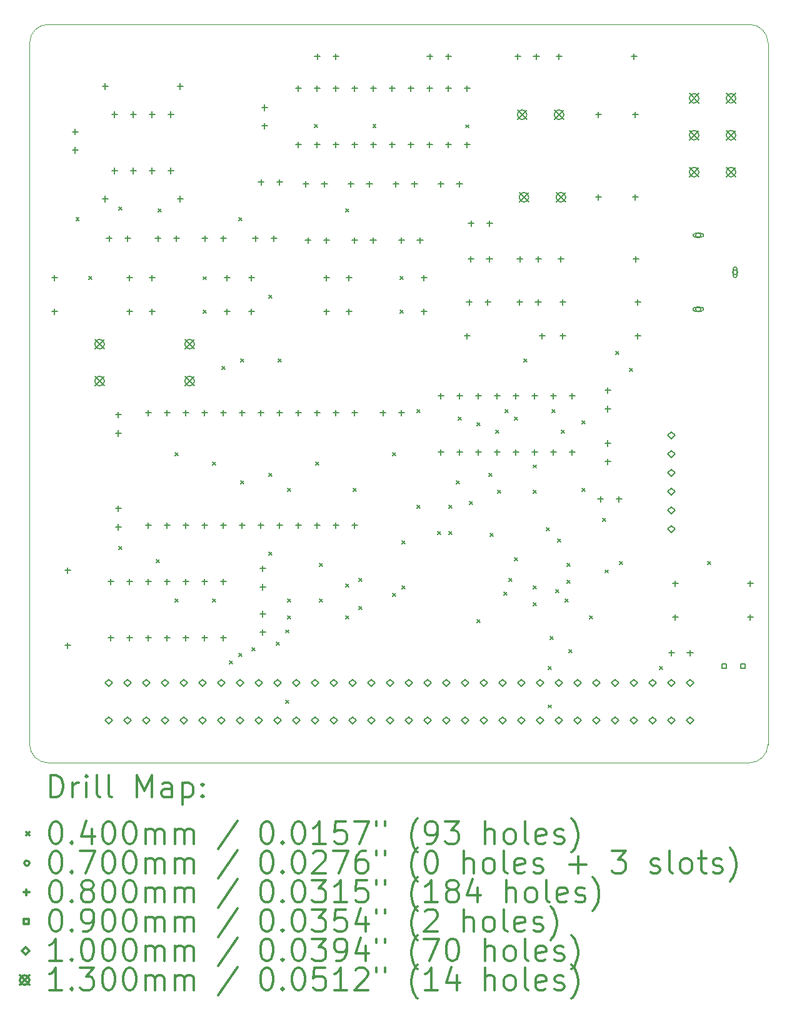
<source format=gbr>
%FSLAX45Y45*%
G04 Gerber Fmt 4.5, Leading zero omitted, Abs format (unit mm)*
G04 Created by KiCad (PCBNEW (5.1.10)-1) date 2021-07-30 10:25:09*
%MOMM*%
%LPD*%
G01*
G04 APERTURE LIST*
%TA.AperFunction,Profile*%
%ADD10C,0.050000*%
%TD*%
%ADD11C,0.200000*%
%ADD12C,0.300000*%
G04 APERTURE END LIST*
D10*
X20000000Y-9000000D02*
X20000000Y-8500000D01*
X20000000Y-8500000D02*
X20000000Y-5250000D01*
X20000000Y-14750000D02*
X20000000Y-9000000D01*
X19750000Y-5000000D02*
G75*
G02*
X20000000Y-5250000I0J-250000D01*
G01*
X10000000Y-5250000D02*
G75*
G02*
X10250000Y-5000000I250000J0D01*
G01*
X10250000Y-15000000D02*
G75*
G02*
X10000000Y-14750000I0J250000D01*
G01*
X20000000Y-14750000D02*
G75*
G02*
X19750000Y-15000000I-250000J0D01*
G01*
X10250000Y-5000000D02*
X19750000Y-5000000D01*
X10000000Y-14750000D02*
X10000000Y-5250000D01*
X19750000Y-15000000D02*
X10250000Y-15000000D01*
D11*
X10627680Y-7615240D02*
X10667680Y-7655240D01*
X10667680Y-7615240D02*
X10627680Y-7655240D01*
X10800400Y-8412800D02*
X10840400Y-8452800D01*
X10840400Y-8412800D02*
X10800400Y-8452800D01*
X11206800Y-7473000D02*
X11246800Y-7513000D01*
X11246800Y-7473000D02*
X11206800Y-7513000D01*
X11206800Y-12070400D02*
X11246800Y-12110400D01*
X11246800Y-12070400D02*
X11206800Y-12110400D01*
X11714800Y-12248200D02*
X11754800Y-12288200D01*
X11754800Y-12248200D02*
X11714800Y-12288200D01*
X11740200Y-7498400D02*
X11780200Y-7538400D01*
X11780200Y-7498400D02*
X11740200Y-7538400D01*
X11968800Y-10800400D02*
X12008800Y-10840400D01*
X12008800Y-10800400D02*
X11968800Y-10840400D01*
X11968800Y-12781600D02*
X12008800Y-12821600D01*
X12008800Y-12781600D02*
X11968800Y-12821600D01*
X12349800Y-8870000D02*
X12389800Y-8910000D01*
X12389800Y-8870000D02*
X12349800Y-8910000D01*
X12353800Y-8416800D02*
X12393800Y-8456800D01*
X12393800Y-8416800D02*
X12353800Y-8456800D01*
X12476800Y-10927400D02*
X12516800Y-10967400D01*
X12516800Y-10927400D02*
X12476800Y-10967400D01*
X12476800Y-12781600D02*
X12516800Y-12821600D01*
X12516800Y-12781600D02*
X12476800Y-12821600D01*
X12603800Y-9632000D02*
X12643800Y-9672000D01*
X12643800Y-9632000D02*
X12603800Y-9672000D01*
X12705400Y-13619800D02*
X12745400Y-13659800D01*
X12745400Y-13619800D02*
X12705400Y-13659800D01*
X12832400Y-7615240D02*
X12872400Y-7655240D01*
X12872400Y-7615240D02*
X12832400Y-7655240D01*
X12832400Y-13518200D02*
X12872400Y-13558200D01*
X12872400Y-13518200D02*
X12832400Y-13558200D01*
X12857800Y-9530400D02*
X12897800Y-9570400D01*
X12897800Y-9530400D02*
X12857800Y-9570400D01*
X12857800Y-11181400D02*
X12897800Y-11221400D01*
X12897800Y-11181400D02*
X12857800Y-11221400D01*
X13010200Y-13442000D02*
X13050200Y-13482000D01*
X13050200Y-13442000D02*
X13010200Y-13482000D01*
X13238800Y-8666800D02*
X13278800Y-8706800D01*
X13278800Y-8666800D02*
X13238800Y-8706800D01*
X13238800Y-11079800D02*
X13278800Y-11119800D01*
X13278800Y-11079800D02*
X13238800Y-11119800D01*
X13238800Y-12146600D02*
X13278800Y-12186600D01*
X13278800Y-12146600D02*
X13238800Y-12186600D01*
X13340400Y-13365800D02*
X13380400Y-13405800D01*
X13380400Y-13365800D02*
X13340400Y-13405800D01*
X13365800Y-9530400D02*
X13405800Y-9570400D01*
X13405800Y-9530400D02*
X13365800Y-9570400D01*
X13467400Y-13200700D02*
X13507400Y-13240700D01*
X13507400Y-13200700D02*
X13467400Y-13240700D01*
X13467400Y-14153200D02*
X13507400Y-14193200D01*
X13507400Y-14153200D02*
X13467400Y-14193200D01*
X13492800Y-11283000D02*
X13532800Y-11323000D01*
X13532800Y-11283000D02*
X13492800Y-11323000D01*
X13492800Y-12781600D02*
X13532800Y-12821600D01*
X13532800Y-12781600D02*
X13492800Y-12821600D01*
X13492800Y-13010200D02*
X13532800Y-13050200D01*
X13532800Y-13010200D02*
X13492800Y-13050200D01*
X13858560Y-6355400D02*
X13898560Y-6395400D01*
X13898560Y-6355400D02*
X13858560Y-6395400D01*
X13873800Y-10927400D02*
X13913800Y-10967400D01*
X13913800Y-10927400D02*
X13873800Y-10967400D01*
X13924600Y-12299000D02*
X13964600Y-12339000D01*
X13964600Y-12299000D02*
X13924600Y-12339000D01*
X13924600Y-12781600D02*
X13964600Y-12821600D01*
X13964600Y-12781600D02*
X13924600Y-12821600D01*
X14280200Y-7498400D02*
X14320200Y-7538400D01*
X14320200Y-7498400D02*
X14280200Y-7538400D01*
X14280200Y-12578400D02*
X14320200Y-12618400D01*
X14320200Y-12578400D02*
X14280200Y-12618400D01*
X14280200Y-13010200D02*
X14320200Y-13050200D01*
X14320200Y-13010200D02*
X14280200Y-13050200D01*
X14381800Y-11283000D02*
X14421800Y-11323000D01*
X14421800Y-11283000D02*
X14381800Y-11323000D01*
X14458000Y-12502200D02*
X14498000Y-12542200D01*
X14498000Y-12502200D02*
X14458000Y-12542200D01*
X14458000Y-12883200D02*
X14498000Y-12923200D01*
X14498000Y-12883200D02*
X14458000Y-12923200D01*
X14651040Y-6355400D02*
X14691040Y-6395400D01*
X14691040Y-6355400D02*
X14651040Y-6395400D01*
X14915200Y-10800400D02*
X14955200Y-10840400D01*
X14955200Y-10800400D02*
X14915200Y-10840400D01*
X14915200Y-12705400D02*
X14955200Y-12745400D01*
X14955200Y-12705400D02*
X14915200Y-12745400D01*
X15016800Y-8412800D02*
X15056800Y-8452800D01*
X15056800Y-8412800D02*
X15016800Y-8452800D01*
X15016800Y-8870000D02*
X15056800Y-8910000D01*
X15056800Y-8870000D02*
X15016800Y-8910000D01*
X15042200Y-11994200D02*
X15082200Y-12034200D01*
X15082200Y-11994200D02*
X15042200Y-12034200D01*
X15042200Y-12603800D02*
X15082200Y-12643800D01*
X15082200Y-12603800D02*
X15042200Y-12643800D01*
X15245400Y-10216200D02*
X15285400Y-10256200D01*
X15285400Y-10216200D02*
X15245400Y-10256200D01*
X15245400Y-11511600D02*
X15285400Y-11551600D01*
X15285400Y-11511600D02*
X15245400Y-11551600D01*
X15524800Y-11867200D02*
X15564800Y-11907200D01*
X15564800Y-11867200D02*
X15524800Y-11907200D01*
X15677200Y-11511600D02*
X15717200Y-11551600D01*
X15717200Y-11511600D02*
X15677200Y-11551600D01*
X15677200Y-11867200D02*
X15717200Y-11907200D01*
X15717200Y-11867200D02*
X15677200Y-11907200D01*
X15778800Y-11181400D02*
X15818800Y-11221400D01*
X15818800Y-11181400D02*
X15778800Y-11221400D01*
X15804200Y-10317800D02*
X15844200Y-10357800D01*
X15844200Y-10317800D02*
X15804200Y-10357800D01*
X15905800Y-6360480D02*
X15945800Y-6400480D01*
X15945800Y-6360480D02*
X15905800Y-6400480D01*
X15956600Y-11460800D02*
X15996600Y-11500800D01*
X15996600Y-11460800D02*
X15956600Y-11500800D01*
X16058200Y-10394000D02*
X16098200Y-10434000D01*
X16098200Y-10394000D02*
X16058200Y-10434000D01*
X16058200Y-13061000D02*
X16098200Y-13101000D01*
X16098200Y-13061000D02*
X16058200Y-13101000D01*
X16223299Y-11079800D02*
X16263299Y-11119800D01*
X16263299Y-11079800D02*
X16223299Y-11119800D01*
X16236000Y-11892600D02*
X16276000Y-11932600D01*
X16276000Y-11892600D02*
X16236000Y-11932600D01*
X16312199Y-10495600D02*
X16352199Y-10535600D01*
X16352199Y-10495600D02*
X16312199Y-10535600D01*
X16337600Y-11308400D02*
X16377600Y-11348400D01*
X16377600Y-11308400D02*
X16337600Y-11348400D01*
X16425000Y-12691200D02*
X16465000Y-12731200D01*
X16465000Y-12691200D02*
X16425000Y-12731200D01*
X16439200Y-10216200D02*
X16479200Y-10256200D01*
X16479200Y-10216200D02*
X16439200Y-10256200D01*
X16490000Y-12502200D02*
X16530000Y-12542200D01*
X16530000Y-12502200D02*
X16490000Y-12542200D01*
X16566200Y-10317800D02*
X16606200Y-10357800D01*
X16606200Y-10317800D02*
X16566200Y-10357800D01*
X16566200Y-12222800D02*
X16606200Y-12262800D01*
X16606200Y-12222800D02*
X16566200Y-12262800D01*
X16693200Y-9530400D02*
X16733200Y-9570400D01*
X16733200Y-9530400D02*
X16693200Y-9570400D01*
X16820200Y-10965500D02*
X16860200Y-11005500D01*
X16860200Y-10965500D02*
X16820200Y-11005500D01*
X16820200Y-11308400D02*
X16860200Y-11348400D01*
X16860200Y-11308400D02*
X16820200Y-11348400D01*
X16820200Y-12603800D02*
X16860200Y-12643800D01*
X16860200Y-12603800D02*
X16820200Y-12643800D01*
X16820200Y-12832400D02*
X16860200Y-12872400D01*
X16860200Y-12832400D02*
X16820200Y-12872400D01*
X16998000Y-11816400D02*
X17038000Y-11856400D01*
X17038000Y-11816400D02*
X16998000Y-11856400D01*
X17023400Y-13696000D02*
X17063400Y-13736000D01*
X17063400Y-13696000D02*
X17023400Y-13736000D01*
X17023400Y-14216700D02*
X17063400Y-14256700D01*
X17063400Y-14216700D02*
X17023400Y-14256700D01*
X17048800Y-13289600D02*
X17088800Y-13329600D01*
X17088800Y-13289600D02*
X17048800Y-13329600D01*
X17074200Y-10216200D02*
X17114200Y-10256200D01*
X17114200Y-10216200D02*
X17074200Y-10256200D01*
X17125000Y-12654600D02*
X17165000Y-12694600D01*
X17165000Y-12654600D02*
X17125000Y-12694600D01*
X17150400Y-11968800D02*
X17190400Y-12008800D01*
X17190400Y-11968800D02*
X17150400Y-12008800D01*
X17201200Y-10495600D02*
X17241200Y-10535600D01*
X17241200Y-10495600D02*
X17201200Y-10535600D01*
X17252000Y-12781600D02*
X17292000Y-12821600D01*
X17292000Y-12781600D02*
X17252000Y-12821600D01*
X17277400Y-12299000D02*
X17317400Y-12339000D01*
X17317400Y-12299000D02*
X17277400Y-12339000D01*
X17277400Y-12527600D02*
X17317400Y-12567600D01*
X17317400Y-12527600D02*
X17277400Y-12567600D01*
X17302800Y-13467400D02*
X17342800Y-13507400D01*
X17342800Y-13467400D02*
X17302800Y-13507400D01*
X17480600Y-10368600D02*
X17520600Y-10408600D01*
X17520600Y-10368600D02*
X17480600Y-10408600D01*
X17480600Y-11283000D02*
X17520600Y-11323000D01*
X17520600Y-11283000D02*
X17480600Y-11323000D01*
X17582200Y-13010200D02*
X17622200Y-13050200D01*
X17622200Y-13010200D02*
X17582200Y-13050200D01*
X17760000Y-11689400D02*
X17800000Y-11729400D01*
X17800000Y-11689400D02*
X17760000Y-11729400D01*
X17798100Y-12387900D02*
X17838100Y-12427900D01*
X17838100Y-12387900D02*
X17798100Y-12427900D01*
X17937800Y-9428800D02*
X17977800Y-9468800D01*
X17977800Y-9428800D02*
X17937800Y-9468800D01*
X17988600Y-12273600D02*
X18028600Y-12313600D01*
X18028600Y-12273600D02*
X17988600Y-12313600D01*
X18128300Y-9657400D02*
X18168300Y-9697400D01*
X18168300Y-9657400D02*
X18128300Y-9697400D01*
X18534700Y-13696000D02*
X18574700Y-13736000D01*
X18574700Y-13696000D02*
X18534700Y-13736000D01*
X19182400Y-12273600D02*
X19222400Y-12313600D01*
X19222400Y-12273600D02*
X19182400Y-12313600D01*
X19091400Y-7856600D02*
G75*
G03*
X19091400Y-7856600I-35000J0D01*
G01*
X19101400Y-7831600D02*
X19011400Y-7831600D01*
X19101400Y-7881600D02*
X19011400Y-7881600D01*
X19011400Y-7831600D02*
G75*
G03*
X19011400Y-7881600I0J-25000D01*
G01*
X19101400Y-7881600D02*
G75*
G03*
X19101400Y-7831600I0J25000D01*
G01*
X19091400Y-8856600D02*
G75*
G03*
X19091400Y-8856600I-35000J0D01*
G01*
X19101400Y-8831600D02*
X19011400Y-8831600D01*
X19101400Y-8881600D02*
X19011400Y-8881600D01*
X19011400Y-8831600D02*
G75*
G03*
X19011400Y-8881600I0J-25000D01*
G01*
X19101400Y-8881600D02*
G75*
G03*
X19101400Y-8831600I0J25000D01*
G01*
X19591400Y-8356600D02*
G75*
G03*
X19591400Y-8356600I-35000J0D01*
G01*
X19581400Y-8401600D02*
X19581400Y-8311600D01*
X19531400Y-8401600D02*
X19531400Y-8311600D01*
X19581400Y-8311600D02*
G75*
G03*
X19531400Y-8311600I-25000J0D01*
G01*
X19531400Y-8401600D02*
G75*
G03*
X19581400Y-8401600I25000J0D01*
G01*
X10337800Y-8392800D02*
X10337800Y-8472800D01*
X10297800Y-8432800D02*
X10377800Y-8432800D01*
X10337800Y-8850000D02*
X10337800Y-8930000D01*
X10297800Y-8890000D02*
X10377800Y-8890000D01*
X10515600Y-12355200D02*
X10515600Y-12435200D01*
X10475600Y-12395200D02*
X10555600Y-12395200D01*
X10515600Y-13371200D02*
X10515600Y-13451200D01*
X10475600Y-13411200D02*
X10555600Y-13411200D01*
X10617200Y-6412400D02*
X10617200Y-6492400D01*
X10577200Y-6452400D02*
X10657200Y-6452400D01*
X10617200Y-6662400D02*
X10617200Y-6742400D01*
X10577200Y-6702400D02*
X10657200Y-6702400D01*
X11023600Y-5798800D02*
X11023600Y-5878800D01*
X10983600Y-5838800D02*
X11063600Y-5838800D01*
X11023600Y-7322800D02*
X11023600Y-7402800D01*
X10983600Y-7362800D02*
X11063600Y-7362800D01*
X11078400Y-7859400D02*
X11078400Y-7939400D01*
X11038400Y-7899400D02*
X11118400Y-7899400D01*
X11099800Y-12507600D02*
X11099800Y-12587600D01*
X11059800Y-12547600D02*
X11139800Y-12547600D01*
X11099800Y-13269600D02*
X11099800Y-13349600D01*
X11059800Y-13309600D02*
X11139800Y-13309600D01*
X11150600Y-6179800D02*
X11150600Y-6259800D01*
X11110600Y-6219800D02*
X11190600Y-6219800D01*
X11150600Y-6941800D02*
X11150600Y-7021800D01*
X11110600Y-6981800D02*
X11190600Y-6981800D01*
X11201400Y-10247000D02*
X11201400Y-10327000D01*
X11161400Y-10287000D02*
X11241400Y-10287000D01*
X11201400Y-10497000D02*
X11201400Y-10577000D01*
X11161400Y-10537000D02*
X11241400Y-10537000D01*
X11201400Y-11517000D02*
X11201400Y-11597000D01*
X11161400Y-11557000D02*
X11241400Y-11557000D01*
X11201400Y-11767000D02*
X11201400Y-11847000D01*
X11161400Y-11807000D02*
X11241400Y-11807000D01*
X11328400Y-7859400D02*
X11328400Y-7939400D01*
X11288400Y-7899400D02*
X11368400Y-7899400D01*
X11353800Y-8392800D02*
X11353800Y-8472800D01*
X11313800Y-8432800D02*
X11393800Y-8432800D01*
X11353800Y-8850000D02*
X11353800Y-8930000D01*
X11313800Y-8890000D02*
X11393800Y-8890000D01*
X11353800Y-12507600D02*
X11353800Y-12587600D01*
X11313800Y-12547600D02*
X11393800Y-12547600D01*
X11353800Y-13269600D02*
X11353800Y-13349600D01*
X11313800Y-13309600D02*
X11393800Y-13309600D01*
X11404600Y-6179800D02*
X11404600Y-6259800D01*
X11364600Y-6219800D02*
X11444600Y-6219800D01*
X11404600Y-6941800D02*
X11404600Y-7021800D01*
X11364600Y-6981800D02*
X11444600Y-6981800D01*
X11607800Y-10221600D02*
X11607800Y-10301600D01*
X11567800Y-10261600D02*
X11647800Y-10261600D01*
X11607800Y-11745600D02*
X11607800Y-11825600D01*
X11567800Y-11785600D02*
X11647800Y-11785600D01*
X11607800Y-12507600D02*
X11607800Y-12587600D01*
X11567800Y-12547600D02*
X11647800Y-12547600D01*
X11607800Y-13269600D02*
X11607800Y-13349600D01*
X11567800Y-13309600D02*
X11647800Y-13309600D01*
X11658600Y-6179800D02*
X11658600Y-6259800D01*
X11618600Y-6219800D02*
X11698600Y-6219800D01*
X11658600Y-6941800D02*
X11658600Y-7021800D01*
X11618600Y-6981800D02*
X11698600Y-6981800D01*
X11658600Y-8392800D02*
X11658600Y-8472800D01*
X11618600Y-8432800D02*
X11698600Y-8432800D01*
X11658600Y-8850000D02*
X11658600Y-8930000D01*
X11618600Y-8890000D02*
X11698600Y-8890000D01*
X11738800Y-7859400D02*
X11738800Y-7939400D01*
X11698800Y-7899400D02*
X11778800Y-7899400D01*
X11861800Y-10221600D02*
X11861800Y-10301600D01*
X11821800Y-10261600D02*
X11901800Y-10261600D01*
X11861800Y-11745600D02*
X11861800Y-11825600D01*
X11821800Y-11785600D02*
X11901800Y-11785600D01*
X11861800Y-12507600D02*
X11861800Y-12587600D01*
X11821800Y-12547600D02*
X11901800Y-12547600D01*
X11861800Y-13269600D02*
X11861800Y-13349600D01*
X11821800Y-13309600D02*
X11901800Y-13309600D01*
X11912600Y-6179800D02*
X11912600Y-6259800D01*
X11872600Y-6219800D02*
X11952600Y-6219800D01*
X11912600Y-6941800D02*
X11912600Y-7021800D01*
X11872600Y-6981800D02*
X11952600Y-6981800D01*
X11988800Y-7859400D02*
X11988800Y-7939400D01*
X11948800Y-7899400D02*
X12028800Y-7899400D01*
X12039600Y-5798800D02*
X12039600Y-5878800D01*
X11999600Y-5838800D02*
X12079600Y-5838800D01*
X12039600Y-7322800D02*
X12039600Y-7402800D01*
X11999600Y-7362800D02*
X12079600Y-7362800D01*
X12115800Y-10221600D02*
X12115800Y-10301600D01*
X12075800Y-10261600D02*
X12155800Y-10261600D01*
X12115800Y-11745600D02*
X12115800Y-11825600D01*
X12075800Y-11785600D02*
X12155800Y-11785600D01*
X12115800Y-12507600D02*
X12115800Y-12587600D01*
X12075800Y-12547600D02*
X12155800Y-12547600D01*
X12115800Y-13269600D02*
X12115800Y-13349600D01*
X12075800Y-13309600D02*
X12155800Y-13309600D01*
X12369800Y-10221600D02*
X12369800Y-10301600D01*
X12329800Y-10261600D02*
X12409800Y-10261600D01*
X12369800Y-11745600D02*
X12369800Y-11825600D01*
X12329800Y-11785600D02*
X12409800Y-11785600D01*
X12369800Y-12507600D02*
X12369800Y-12587600D01*
X12329800Y-12547600D02*
X12409800Y-12547600D01*
X12369800Y-13269600D02*
X12369800Y-13349600D01*
X12329800Y-13309600D02*
X12409800Y-13309600D01*
X12373800Y-7859400D02*
X12373800Y-7939400D01*
X12333800Y-7899400D02*
X12413800Y-7899400D01*
X12623800Y-7859400D02*
X12623800Y-7939400D01*
X12583800Y-7899400D02*
X12663800Y-7899400D01*
X12623800Y-10221600D02*
X12623800Y-10301600D01*
X12583800Y-10261600D02*
X12663800Y-10261600D01*
X12623800Y-11745600D02*
X12623800Y-11825600D01*
X12583800Y-11785600D02*
X12663800Y-11785600D01*
X12623800Y-12507600D02*
X12623800Y-12587600D01*
X12583800Y-12547600D02*
X12663800Y-12547600D01*
X12623800Y-13269600D02*
X12623800Y-13349600D01*
X12583800Y-13309600D02*
X12663800Y-13309600D01*
X12674600Y-8392800D02*
X12674600Y-8472800D01*
X12634600Y-8432800D02*
X12714600Y-8432800D01*
X12674600Y-8850000D02*
X12674600Y-8930000D01*
X12634600Y-8890000D02*
X12714600Y-8890000D01*
X12877800Y-10221600D02*
X12877800Y-10301600D01*
X12837800Y-10261600D02*
X12917800Y-10261600D01*
X12877800Y-11745600D02*
X12877800Y-11825600D01*
X12837800Y-11785600D02*
X12917800Y-11785600D01*
X13004800Y-8392800D02*
X13004800Y-8472800D01*
X12964800Y-8432800D02*
X13044800Y-8432800D01*
X13004800Y-8850000D02*
X13004800Y-8930000D01*
X12964800Y-8890000D02*
X13044800Y-8890000D01*
X13059600Y-7859400D02*
X13059600Y-7939400D01*
X13019600Y-7899400D02*
X13099600Y-7899400D01*
X13131800Y-10221600D02*
X13131800Y-10301600D01*
X13091800Y-10261600D02*
X13171800Y-10261600D01*
X13131800Y-11745600D02*
X13131800Y-11825600D01*
X13091800Y-11785600D02*
X13171800Y-11785600D01*
X13135800Y-7097400D02*
X13135800Y-7177400D01*
X13095800Y-7137400D02*
X13175800Y-7137400D01*
X13157200Y-12329800D02*
X13157200Y-12409800D01*
X13117200Y-12369800D02*
X13197200Y-12369800D01*
X13157200Y-12579800D02*
X13157200Y-12659800D01*
X13117200Y-12619800D02*
X13197200Y-12619800D01*
X13157200Y-12943400D02*
X13157200Y-13023400D01*
X13117200Y-12983400D02*
X13197200Y-12983400D01*
X13157200Y-13193400D02*
X13157200Y-13273400D01*
X13117200Y-13233400D02*
X13197200Y-13233400D01*
X13182600Y-6085400D02*
X13182600Y-6165400D01*
X13142600Y-6125400D02*
X13222600Y-6125400D01*
X13182600Y-6335400D02*
X13182600Y-6415400D01*
X13142600Y-6375400D02*
X13222600Y-6375400D01*
X13309600Y-7859400D02*
X13309600Y-7939400D01*
X13269600Y-7899400D02*
X13349600Y-7899400D01*
X13385800Y-7097400D02*
X13385800Y-7177400D01*
X13345800Y-7137400D02*
X13425800Y-7137400D01*
X13385800Y-10221600D02*
X13385800Y-10301600D01*
X13345800Y-10261600D02*
X13425800Y-10261600D01*
X13385800Y-11745600D02*
X13385800Y-11825600D01*
X13345800Y-11785600D02*
X13425800Y-11785600D01*
X13639800Y-5827400D02*
X13639800Y-5907400D01*
X13599800Y-5867400D02*
X13679800Y-5867400D01*
X13639800Y-6589400D02*
X13639800Y-6669400D01*
X13599800Y-6629400D02*
X13679800Y-6629400D01*
X13639800Y-10221600D02*
X13639800Y-10301600D01*
X13599800Y-10261600D02*
X13679800Y-10261600D01*
X13639800Y-11745600D02*
X13639800Y-11825600D01*
X13599800Y-11785600D02*
X13679800Y-11785600D01*
X13741400Y-7122800D02*
X13741400Y-7202800D01*
X13701400Y-7162800D02*
X13781400Y-7162800D01*
X13770800Y-7884800D02*
X13770800Y-7964800D01*
X13730800Y-7924800D02*
X13810800Y-7924800D01*
X13893800Y-5827400D02*
X13893800Y-5907400D01*
X13853800Y-5867400D02*
X13933800Y-5867400D01*
X13893800Y-6589400D02*
X13893800Y-6669400D01*
X13853800Y-6629400D02*
X13933800Y-6629400D01*
X13893800Y-10221600D02*
X13893800Y-10301600D01*
X13853800Y-10261600D02*
X13933800Y-10261600D01*
X13893800Y-11745600D02*
X13893800Y-11825600D01*
X13853800Y-11785600D02*
X13933800Y-11785600D01*
X13897800Y-5395600D02*
X13897800Y-5475600D01*
X13857800Y-5435600D02*
X13937800Y-5435600D01*
X13991400Y-7122800D02*
X13991400Y-7202800D01*
X13951400Y-7162800D02*
X14031400Y-7162800D01*
X14020800Y-7884800D02*
X14020800Y-7964800D01*
X13980800Y-7924800D02*
X14060800Y-7924800D01*
X14020800Y-8392800D02*
X14020800Y-8472800D01*
X13980800Y-8432800D02*
X14060800Y-8432800D01*
X14020800Y-8850000D02*
X14020800Y-8930000D01*
X13980800Y-8890000D02*
X14060800Y-8890000D01*
X14147800Y-5395600D02*
X14147800Y-5475600D01*
X14107800Y-5435600D02*
X14187800Y-5435600D01*
X14147800Y-5827400D02*
X14147800Y-5907400D01*
X14107800Y-5867400D02*
X14187800Y-5867400D01*
X14147800Y-6589400D02*
X14147800Y-6669400D01*
X14107800Y-6629400D02*
X14187800Y-6629400D01*
X14147800Y-10221600D02*
X14147800Y-10301600D01*
X14107800Y-10261600D02*
X14187800Y-10261600D01*
X14147800Y-11745600D02*
X14147800Y-11825600D01*
X14107800Y-11785600D02*
X14187800Y-11785600D01*
X14325600Y-8392800D02*
X14325600Y-8472800D01*
X14285600Y-8432800D02*
X14365600Y-8432800D01*
X14325600Y-8850000D02*
X14325600Y-8930000D01*
X14285600Y-8890000D02*
X14365600Y-8890000D01*
X14351000Y-7122800D02*
X14351000Y-7202800D01*
X14311000Y-7162800D02*
X14391000Y-7162800D01*
X14401800Y-5827400D02*
X14401800Y-5907400D01*
X14361800Y-5867400D02*
X14441800Y-5867400D01*
X14401800Y-6589400D02*
X14401800Y-6669400D01*
X14361800Y-6629400D02*
X14441800Y-6629400D01*
X14401800Y-7884800D02*
X14401800Y-7964800D01*
X14361800Y-7924800D02*
X14441800Y-7924800D01*
X14401800Y-10221600D02*
X14401800Y-10301600D01*
X14361800Y-10261600D02*
X14441800Y-10261600D01*
X14401800Y-11745600D02*
X14401800Y-11825600D01*
X14361800Y-11785600D02*
X14441800Y-11785600D01*
X14601000Y-7122800D02*
X14601000Y-7202800D01*
X14561000Y-7162800D02*
X14641000Y-7162800D01*
X14651800Y-7884800D02*
X14651800Y-7964800D01*
X14611800Y-7924800D02*
X14691800Y-7924800D01*
X14655800Y-5827400D02*
X14655800Y-5907400D01*
X14615800Y-5867400D02*
X14695800Y-5867400D01*
X14655800Y-6589400D02*
X14655800Y-6669400D01*
X14615800Y-6629400D02*
X14695800Y-6629400D01*
X14786800Y-10221600D02*
X14786800Y-10301600D01*
X14746800Y-10261600D02*
X14826800Y-10261600D01*
X14909800Y-5827400D02*
X14909800Y-5907400D01*
X14869800Y-5867400D02*
X14949800Y-5867400D01*
X14909800Y-6589400D02*
X14909800Y-6669400D01*
X14869800Y-6629400D02*
X14949800Y-6629400D01*
X14960600Y-7122800D02*
X14960600Y-7202800D01*
X14920600Y-7162800D02*
X15000600Y-7162800D01*
X15036800Y-7884800D02*
X15036800Y-7964800D01*
X14996800Y-7924800D02*
X15076800Y-7924800D01*
X15036800Y-10221600D02*
X15036800Y-10301600D01*
X14996800Y-10261600D02*
X15076800Y-10261600D01*
X15163800Y-5827400D02*
X15163800Y-5907400D01*
X15123800Y-5867400D02*
X15203800Y-5867400D01*
X15163800Y-6589400D02*
X15163800Y-6669400D01*
X15123800Y-6629400D02*
X15203800Y-6629400D01*
X15210600Y-7122800D02*
X15210600Y-7202800D01*
X15170600Y-7162800D02*
X15250600Y-7162800D01*
X15286800Y-7884800D02*
X15286800Y-7964800D01*
X15246800Y-7924800D02*
X15326800Y-7924800D01*
X15341600Y-8392800D02*
X15341600Y-8472800D01*
X15301600Y-8432800D02*
X15381600Y-8432800D01*
X15341600Y-8850000D02*
X15341600Y-8930000D01*
X15301600Y-8890000D02*
X15381600Y-8890000D01*
X15417800Y-5827400D02*
X15417800Y-5907400D01*
X15377800Y-5867400D02*
X15457800Y-5867400D01*
X15417800Y-6589400D02*
X15417800Y-6669400D01*
X15377800Y-6629400D02*
X15457800Y-6629400D01*
X15421800Y-5395600D02*
X15421800Y-5475600D01*
X15381800Y-5435600D02*
X15461800Y-5435600D01*
X15570200Y-7122800D02*
X15570200Y-7202800D01*
X15530200Y-7162800D02*
X15610200Y-7162800D01*
X15570200Y-9993000D02*
X15570200Y-10073000D01*
X15530200Y-10033000D02*
X15610200Y-10033000D01*
X15570200Y-10755000D02*
X15570200Y-10835000D01*
X15530200Y-10795000D02*
X15610200Y-10795000D01*
X15671800Y-5395600D02*
X15671800Y-5475600D01*
X15631800Y-5435600D02*
X15711800Y-5435600D01*
X15671800Y-5827400D02*
X15671800Y-5907400D01*
X15631800Y-5867400D02*
X15711800Y-5867400D01*
X15671800Y-6589400D02*
X15671800Y-6669400D01*
X15631800Y-6629400D02*
X15711800Y-6629400D01*
X15820200Y-7122800D02*
X15820200Y-7202800D01*
X15780200Y-7162800D02*
X15860200Y-7162800D01*
X15824200Y-9993000D02*
X15824200Y-10073000D01*
X15784200Y-10033000D02*
X15864200Y-10033000D01*
X15824200Y-10755000D02*
X15824200Y-10835000D01*
X15784200Y-10795000D02*
X15864200Y-10795000D01*
X15925800Y-5827400D02*
X15925800Y-5907400D01*
X15885800Y-5867400D02*
X15965800Y-5867400D01*
X15925800Y-6589400D02*
X15925800Y-6669400D01*
X15885800Y-6629400D02*
X15965800Y-6629400D01*
X15925800Y-9180200D02*
X15925800Y-9260200D01*
X15885800Y-9220200D02*
X15965800Y-9220200D01*
X15955200Y-8723000D02*
X15955200Y-8803000D01*
X15915200Y-8763000D02*
X15995200Y-8763000D01*
X15976600Y-8138800D02*
X15976600Y-8218800D01*
X15936600Y-8178800D02*
X16016600Y-8178800D01*
X15980600Y-7656200D02*
X15980600Y-7736200D01*
X15940600Y-7696200D02*
X16020600Y-7696200D01*
X16078200Y-9993000D02*
X16078200Y-10073000D01*
X16038200Y-10033000D02*
X16118200Y-10033000D01*
X16078200Y-10755000D02*
X16078200Y-10835000D01*
X16038200Y-10795000D02*
X16118200Y-10795000D01*
X16205200Y-8723000D02*
X16205200Y-8803000D01*
X16165200Y-8763000D02*
X16245200Y-8763000D01*
X16226600Y-8138800D02*
X16226600Y-8218800D01*
X16186600Y-8178800D02*
X16266600Y-8178800D01*
X16230600Y-7656200D02*
X16230600Y-7736200D01*
X16190600Y-7696200D02*
X16270600Y-7696200D01*
X16332200Y-9993000D02*
X16332200Y-10073000D01*
X16292200Y-10033000D02*
X16372200Y-10033000D01*
X16332200Y-10755000D02*
X16332200Y-10835000D01*
X16292200Y-10795000D02*
X16372200Y-10795000D01*
X16586200Y-9993000D02*
X16586200Y-10073000D01*
X16546200Y-10033000D02*
X16626200Y-10033000D01*
X16586200Y-10755000D02*
X16586200Y-10835000D01*
X16546200Y-10795000D02*
X16626200Y-10795000D01*
X16611600Y-5395600D02*
X16611600Y-5475600D01*
X16571600Y-5435600D02*
X16651600Y-5435600D01*
X16637000Y-8723000D02*
X16637000Y-8803000D01*
X16597000Y-8763000D02*
X16677000Y-8763000D01*
X16641000Y-8138800D02*
X16641000Y-8218800D01*
X16601000Y-8178800D02*
X16681000Y-8178800D01*
X16840200Y-9993000D02*
X16840200Y-10073000D01*
X16800200Y-10033000D02*
X16880200Y-10033000D01*
X16840200Y-10755000D02*
X16840200Y-10835000D01*
X16800200Y-10795000D02*
X16880200Y-10795000D01*
X16861600Y-5395600D02*
X16861600Y-5475600D01*
X16821600Y-5435600D02*
X16901600Y-5435600D01*
X16887000Y-8723000D02*
X16887000Y-8803000D01*
X16847000Y-8763000D02*
X16927000Y-8763000D01*
X16891000Y-8138800D02*
X16891000Y-8218800D01*
X16851000Y-8178800D02*
X16931000Y-8178800D01*
X16941800Y-9180200D02*
X16941800Y-9260200D01*
X16901800Y-9220200D02*
X16981800Y-9220200D01*
X17094200Y-9993000D02*
X17094200Y-10073000D01*
X17054200Y-10033000D02*
X17134200Y-10033000D01*
X17094200Y-10755000D02*
X17094200Y-10835000D01*
X17054200Y-10795000D02*
X17134200Y-10795000D01*
X17170400Y-5395600D02*
X17170400Y-5475600D01*
X17130400Y-5435600D02*
X17210400Y-5435600D01*
X17195800Y-8138800D02*
X17195800Y-8218800D01*
X17155800Y-8178800D02*
X17235800Y-8178800D01*
X17221200Y-8723000D02*
X17221200Y-8803000D01*
X17181200Y-8763000D02*
X17261200Y-8763000D01*
X17221200Y-9180200D02*
X17221200Y-9260200D01*
X17181200Y-9220200D02*
X17261200Y-9220200D01*
X17348200Y-9993000D02*
X17348200Y-10073000D01*
X17308200Y-10033000D02*
X17388200Y-10033000D01*
X17348200Y-10755000D02*
X17348200Y-10835000D01*
X17308200Y-10795000D02*
X17388200Y-10795000D01*
X17703800Y-6183000D02*
X17703800Y-6263000D01*
X17663800Y-6223000D02*
X17743800Y-6223000D01*
X17703800Y-7300600D02*
X17703800Y-7380600D01*
X17663800Y-7340600D02*
X17743800Y-7340600D01*
X17733200Y-11390000D02*
X17733200Y-11470000D01*
X17693200Y-11430000D02*
X17773200Y-11430000D01*
X17830800Y-9916800D02*
X17830800Y-9996800D01*
X17790800Y-9956800D02*
X17870800Y-9956800D01*
X17830800Y-10166800D02*
X17830800Y-10246800D01*
X17790800Y-10206800D02*
X17870800Y-10206800D01*
X17830800Y-10632000D02*
X17830800Y-10712000D01*
X17790800Y-10672000D02*
X17870800Y-10672000D01*
X17830800Y-10882000D02*
X17830800Y-10962000D01*
X17790800Y-10922000D02*
X17870800Y-10922000D01*
X17983200Y-11390000D02*
X17983200Y-11470000D01*
X17943200Y-11430000D02*
X18023200Y-11430000D01*
X18186400Y-5395600D02*
X18186400Y-5475600D01*
X18146400Y-5435600D02*
X18226400Y-5435600D01*
X18203800Y-6183000D02*
X18203800Y-6263000D01*
X18163800Y-6223000D02*
X18243800Y-6223000D01*
X18203800Y-7300600D02*
X18203800Y-7380600D01*
X18163800Y-7340600D02*
X18243800Y-7340600D01*
X18211800Y-8138800D02*
X18211800Y-8218800D01*
X18171800Y-8178800D02*
X18251800Y-8178800D01*
X18237200Y-8723000D02*
X18237200Y-8803000D01*
X18197200Y-8763000D02*
X18277200Y-8763000D01*
X18237200Y-9180200D02*
X18237200Y-9260200D01*
X18197200Y-9220200D02*
X18277200Y-9220200D01*
X18694400Y-13472800D02*
X18694400Y-13552800D01*
X18654400Y-13512800D02*
X18734400Y-13512800D01*
X18745200Y-12533000D02*
X18745200Y-12613000D01*
X18705200Y-12573000D02*
X18785200Y-12573000D01*
X18745200Y-12990200D02*
X18745200Y-13070200D01*
X18705200Y-13030200D02*
X18785200Y-13030200D01*
X18944400Y-13472800D02*
X18944400Y-13552800D01*
X18904400Y-13512800D02*
X18984400Y-13512800D01*
X19761200Y-12533000D02*
X19761200Y-12613000D01*
X19721200Y-12573000D02*
X19801200Y-12573000D01*
X19761200Y-12990200D02*
X19761200Y-13070200D01*
X19721200Y-13030200D02*
X19801200Y-13030200D01*
X19437420Y-13722420D02*
X19437420Y-13658780D01*
X19373780Y-13658780D01*
X19373780Y-13722420D01*
X19437420Y-13722420D01*
X19691420Y-13722420D02*
X19691420Y-13658780D01*
X19627780Y-13658780D01*
X19627780Y-13722420D01*
X19691420Y-13722420D01*
X11074400Y-13969200D02*
X11124400Y-13919200D01*
X11074400Y-13869200D01*
X11024400Y-13919200D01*
X11074400Y-13969200D01*
X11074400Y-14477200D02*
X11124400Y-14427200D01*
X11074400Y-14377200D01*
X11024400Y-14427200D01*
X11074400Y-14477200D01*
X11328400Y-13969200D02*
X11378400Y-13919200D01*
X11328400Y-13869200D01*
X11278400Y-13919200D01*
X11328400Y-13969200D01*
X11328400Y-14477200D02*
X11378400Y-14427200D01*
X11328400Y-14377200D01*
X11278400Y-14427200D01*
X11328400Y-14477200D01*
X11582400Y-13969200D02*
X11632400Y-13919200D01*
X11582400Y-13869200D01*
X11532400Y-13919200D01*
X11582400Y-13969200D01*
X11582400Y-14477200D02*
X11632400Y-14427200D01*
X11582400Y-14377200D01*
X11532400Y-14427200D01*
X11582400Y-14477200D01*
X11836400Y-13969200D02*
X11886400Y-13919200D01*
X11836400Y-13869200D01*
X11786400Y-13919200D01*
X11836400Y-13969200D01*
X11836400Y-14477200D02*
X11886400Y-14427200D01*
X11836400Y-14377200D01*
X11786400Y-14427200D01*
X11836400Y-14477200D01*
X12090400Y-13969200D02*
X12140400Y-13919200D01*
X12090400Y-13869200D01*
X12040400Y-13919200D01*
X12090400Y-13969200D01*
X12090400Y-14477200D02*
X12140400Y-14427200D01*
X12090400Y-14377200D01*
X12040400Y-14427200D01*
X12090400Y-14477200D01*
X12344400Y-13969200D02*
X12394400Y-13919200D01*
X12344400Y-13869200D01*
X12294400Y-13919200D01*
X12344400Y-13969200D01*
X12344400Y-14477200D02*
X12394400Y-14427200D01*
X12344400Y-14377200D01*
X12294400Y-14427200D01*
X12344400Y-14477200D01*
X12598400Y-13969200D02*
X12648400Y-13919200D01*
X12598400Y-13869200D01*
X12548400Y-13919200D01*
X12598400Y-13969200D01*
X12598400Y-14477200D02*
X12648400Y-14427200D01*
X12598400Y-14377200D01*
X12548400Y-14427200D01*
X12598400Y-14477200D01*
X12852400Y-13969200D02*
X12902400Y-13919200D01*
X12852400Y-13869200D01*
X12802400Y-13919200D01*
X12852400Y-13969200D01*
X12852400Y-14477200D02*
X12902400Y-14427200D01*
X12852400Y-14377200D01*
X12802400Y-14427200D01*
X12852400Y-14477200D01*
X13106400Y-13969200D02*
X13156400Y-13919200D01*
X13106400Y-13869200D01*
X13056400Y-13919200D01*
X13106400Y-13969200D01*
X13106400Y-14477200D02*
X13156400Y-14427200D01*
X13106400Y-14377200D01*
X13056400Y-14427200D01*
X13106400Y-14477200D01*
X13360400Y-13969200D02*
X13410400Y-13919200D01*
X13360400Y-13869200D01*
X13310400Y-13919200D01*
X13360400Y-13969200D01*
X13360400Y-14477200D02*
X13410400Y-14427200D01*
X13360400Y-14377200D01*
X13310400Y-14427200D01*
X13360400Y-14477200D01*
X13614400Y-13969200D02*
X13664400Y-13919200D01*
X13614400Y-13869200D01*
X13564400Y-13919200D01*
X13614400Y-13969200D01*
X13614400Y-14477200D02*
X13664400Y-14427200D01*
X13614400Y-14377200D01*
X13564400Y-14427200D01*
X13614400Y-14477200D01*
X13868400Y-13969200D02*
X13918400Y-13919200D01*
X13868400Y-13869200D01*
X13818400Y-13919200D01*
X13868400Y-13969200D01*
X13868400Y-14477200D02*
X13918400Y-14427200D01*
X13868400Y-14377200D01*
X13818400Y-14427200D01*
X13868400Y-14477200D01*
X14122400Y-13969200D02*
X14172400Y-13919200D01*
X14122400Y-13869200D01*
X14072400Y-13919200D01*
X14122400Y-13969200D01*
X14122400Y-14477200D02*
X14172400Y-14427200D01*
X14122400Y-14377200D01*
X14072400Y-14427200D01*
X14122400Y-14477200D01*
X14376400Y-13969200D02*
X14426400Y-13919200D01*
X14376400Y-13869200D01*
X14326400Y-13919200D01*
X14376400Y-13969200D01*
X14376400Y-14477200D02*
X14426400Y-14427200D01*
X14376400Y-14377200D01*
X14326400Y-14427200D01*
X14376400Y-14477200D01*
X14630400Y-13969200D02*
X14680400Y-13919200D01*
X14630400Y-13869200D01*
X14580400Y-13919200D01*
X14630400Y-13969200D01*
X14630400Y-14477200D02*
X14680400Y-14427200D01*
X14630400Y-14377200D01*
X14580400Y-14427200D01*
X14630400Y-14477200D01*
X14884400Y-13969200D02*
X14934400Y-13919200D01*
X14884400Y-13869200D01*
X14834400Y-13919200D01*
X14884400Y-13969200D01*
X14884400Y-14477200D02*
X14934400Y-14427200D01*
X14884400Y-14377200D01*
X14834400Y-14427200D01*
X14884400Y-14477200D01*
X15138400Y-13969200D02*
X15188400Y-13919200D01*
X15138400Y-13869200D01*
X15088400Y-13919200D01*
X15138400Y-13969200D01*
X15138400Y-14477200D02*
X15188400Y-14427200D01*
X15138400Y-14377200D01*
X15088400Y-14427200D01*
X15138400Y-14477200D01*
X15392400Y-13969200D02*
X15442400Y-13919200D01*
X15392400Y-13869200D01*
X15342400Y-13919200D01*
X15392400Y-13969200D01*
X15392400Y-14477200D02*
X15442400Y-14427200D01*
X15392400Y-14377200D01*
X15342400Y-14427200D01*
X15392400Y-14477200D01*
X15646400Y-13969200D02*
X15696400Y-13919200D01*
X15646400Y-13869200D01*
X15596400Y-13919200D01*
X15646400Y-13969200D01*
X15646400Y-14477200D02*
X15696400Y-14427200D01*
X15646400Y-14377200D01*
X15596400Y-14427200D01*
X15646400Y-14477200D01*
X15900400Y-13969200D02*
X15950400Y-13919200D01*
X15900400Y-13869200D01*
X15850400Y-13919200D01*
X15900400Y-13969200D01*
X15900400Y-14477200D02*
X15950400Y-14427200D01*
X15900400Y-14377200D01*
X15850400Y-14427200D01*
X15900400Y-14477200D01*
X16154400Y-13969200D02*
X16204400Y-13919200D01*
X16154400Y-13869200D01*
X16104400Y-13919200D01*
X16154400Y-13969200D01*
X16154400Y-14477200D02*
X16204400Y-14427200D01*
X16154400Y-14377200D01*
X16104400Y-14427200D01*
X16154400Y-14477200D01*
X16408400Y-13969200D02*
X16458400Y-13919200D01*
X16408400Y-13869200D01*
X16358400Y-13919200D01*
X16408400Y-13969200D01*
X16408400Y-14477200D02*
X16458400Y-14427200D01*
X16408400Y-14377200D01*
X16358400Y-14427200D01*
X16408400Y-14477200D01*
X16662400Y-13969200D02*
X16712400Y-13919200D01*
X16662400Y-13869200D01*
X16612400Y-13919200D01*
X16662400Y-13969200D01*
X16662400Y-14477200D02*
X16712400Y-14427200D01*
X16662400Y-14377200D01*
X16612400Y-14427200D01*
X16662400Y-14477200D01*
X16916400Y-13969200D02*
X16966400Y-13919200D01*
X16916400Y-13869200D01*
X16866400Y-13919200D01*
X16916400Y-13969200D01*
X16916400Y-14477200D02*
X16966400Y-14427200D01*
X16916400Y-14377200D01*
X16866400Y-14427200D01*
X16916400Y-14477200D01*
X17170400Y-13969200D02*
X17220400Y-13919200D01*
X17170400Y-13869200D01*
X17120400Y-13919200D01*
X17170400Y-13969200D01*
X17170400Y-14477200D02*
X17220400Y-14427200D01*
X17170400Y-14377200D01*
X17120400Y-14427200D01*
X17170400Y-14477200D01*
X17424400Y-13969200D02*
X17474400Y-13919200D01*
X17424400Y-13869200D01*
X17374400Y-13919200D01*
X17424400Y-13969200D01*
X17424400Y-14477200D02*
X17474400Y-14427200D01*
X17424400Y-14377200D01*
X17374400Y-14427200D01*
X17424400Y-14477200D01*
X17678400Y-13969200D02*
X17728400Y-13919200D01*
X17678400Y-13869200D01*
X17628400Y-13919200D01*
X17678400Y-13969200D01*
X17678400Y-14477200D02*
X17728400Y-14427200D01*
X17678400Y-14377200D01*
X17628400Y-14427200D01*
X17678400Y-14477200D01*
X17932400Y-13969200D02*
X17982400Y-13919200D01*
X17932400Y-13869200D01*
X17882400Y-13919200D01*
X17932400Y-13969200D01*
X17932400Y-14477200D02*
X17982400Y-14427200D01*
X17932400Y-14377200D01*
X17882400Y-14427200D01*
X17932400Y-14477200D01*
X18186400Y-13969200D02*
X18236400Y-13919200D01*
X18186400Y-13869200D01*
X18136400Y-13919200D01*
X18186400Y-13969200D01*
X18186400Y-14477200D02*
X18236400Y-14427200D01*
X18186400Y-14377200D01*
X18136400Y-14427200D01*
X18186400Y-14477200D01*
X18440400Y-13969200D02*
X18490400Y-13919200D01*
X18440400Y-13869200D01*
X18390400Y-13919200D01*
X18440400Y-13969200D01*
X18440400Y-14477200D02*
X18490400Y-14427200D01*
X18440400Y-14377200D01*
X18390400Y-14427200D01*
X18440400Y-14477200D01*
X18694400Y-10616400D02*
X18744400Y-10566400D01*
X18694400Y-10516400D01*
X18644400Y-10566400D01*
X18694400Y-10616400D01*
X18694400Y-10870400D02*
X18744400Y-10820400D01*
X18694400Y-10770400D01*
X18644400Y-10820400D01*
X18694400Y-10870400D01*
X18694400Y-11124400D02*
X18744400Y-11074400D01*
X18694400Y-11024400D01*
X18644400Y-11074400D01*
X18694400Y-11124400D01*
X18694400Y-11378400D02*
X18744400Y-11328400D01*
X18694400Y-11278400D01*
X18644400Y-11328400D01*
X18694400Y-11378400D01*
X18694400Y-11632400D02*
X18744400Y-11582400D01*
X18694400Y-11532400D01*
X18644400Y-11582400D01*
X18694400Y-11632400D01*
X18694400Y-11886400D02*
X18744400Y-11836400D01*
X18694400Y-11786400D01*
X18644400Y-11836400D01*
X18694400Y-11886400D01*
X18694400Y-13969200D02*
X18744400Y-13919200D01*
X18694400Y-13869200D01*
X18644400Y-13919200D01*
X18694400Y-13969200D01*
X18694400Y-14477200D02*
X18744400Y-14427200D01*
X18694400Y-14377200D01*
X18644400Y-14427200D01*
X18694400Y-14477200D01*
X18948400Y-13969200D02*
X18998400Y-13919200D01*
X18948400Y-13869200D01*
X18898400Y-13919200D01*
X18948400Y-13969200D01*
X18948400Y-14477200D02*
X18998400Y-14427200D01*
X18948400Y-14377200D01*
X18898400Y-14427200D01*
X18948400Y-14477200D01*
X10882400Y-9264800D02*
X11012400Y-9394800D01*
X11012400Y-9264800D02*
X10882400Y-9394800D01*
X11012400Y-9329800D02*
G75*
G03*
X11012400Y-9329800I-65000J0D01*
G01*
X10882400Y-9764800D02*
X11012400Y-9894800D01*
X11012400Y-9764800D02*
X10882400Y-9894800D01*
X11012400Y-9829800D02*
G75*
G03*
X11012400Y-9829800I-65000J0D01*
G01*
X12101600Y-9264800D02*
X12231600Y-9394800D01*
X12231600Y-9264800D02*
X12101600Y-9394800D01*
X12231600Y-9329800D02*
G75*
G03*
X12231600Y-9329800I-65000J0D01*
G01*
X12101600Y-9764800D02*
X12231600Y-9894800D01*
X12231600Y-9764800D02*
X12101600Y-9894800D01*
X12231600Y-9829800D02*
G75*
G03*
X12231600Y-9829800I-65000J0D01*
G01*
X16605400Y-6158000D02*
X16735400Y-6288000D01*
X16735400Y-6158000D02*
X16605400Y-6288000D01*
X16735400Y-6223000D02*
G75*
G03*
X16735400Y-6223000I-65000J0D01*
G01*
X16630800Y-7275600D02*
X16760800Y-7405600D01*
X16760800Y-7275600D02*
X16630800Y-7405600D01*
X16760800Y-7340600D02*
G75*
G03*
X16760800Y-7340600I-65000J0D01*
G01*
X17105400Y-6158000D02*
X17235400Y-6288000D01*
X17235400Y-6158000D02*
X17105400Y-6288000D01*
X17235400Y-6223000D02*
G75*
G03*
X17235400Y-6223000I-65000J0D01*
G01*
X17130800Y-7275600D02*
X17260800Y-7405600D01*
X17260800Y-7275600D02*
X17130800Y-7405600D01*
X17260800Y-7340600D02*
G75*
G03*
X17260800Y-7340600I-65000J0D01*
G01*
X18935000Y-5935000D02*
X19065000Y-6065000D01*
X19065000Y-5935000D02*
X18935000Y-6065000D01*
X19065000Y-6000000D02*
G75*
G03*
X19065000Y-6000000I-65000J0D01*
G01*
X18935000Y-6435000D02*
X19065000Y-6565000D01*
X19065000Y-6435000D02*
X18935000Y-6565000D01*
X19065000Y-6500000D02*
G75*
G03*
X19065000Y-6500000I-65000J0D01*
G01*
X18935000Y-6935000D02*
X19065000Y-7065000D01*
X19065000Y-6935000D02*
X18935000Y-7065000D01*
X19065000Y-7000000D02*
G75*
G03*
X19065000Y-7000000I-65000J0D01*
G01*
X19435000Y-5935000D02*
X19565000Y-6065000D01*
X19565000Y-5935000D02*
X19435000Y-6065000D01*
X19565000Y-6000000D02*
G75*
G03*
X19565000Y-6000000I-65000J0D01*
G01*
X19435000Y-6435000D02*
X19565000Y-6565000D01*
X19565000Y-6435000D02*
X19435000Y-6565000D01*
X19565000Y-6500000D02*
G75*
G03*
X19565000Y-6500000I-65000J0D01*
G01*
X19435000Y-6935000D02*
X19565000Y-7065000D01*
X19565000Y-6935000D02*
X19435000Y-7065000D01*
X19565000Y-7000000D02*
G75*
G03*
X19565000Y-7000000I-65000J0D01*
G01*
D12*
X10283928Y-15468214D02*
X10283928Y-15168214D01*
X10355357Y-15168214D01*
X10398214Y-15182500D01*
X10426786Y-15211071D01*
X10441071Y-15239643D01*
X10455357Y-15296786D01*
X10455357Y-15339643D01*
X10441071Y-15396786D01*
X10426786Y-15425357D01*
X10398214Y-15453929D01*
X10355357Y-15468214D01*
X10283928Y-15468214D01*
X10583928Y-15468214D02*
X10583928Y-15268214D01*
X10583928Y-15325357D02*
X10598214Y-15296786D01*
X10612500Y-15282500D01*
X10641071Y-15268214D01*
X10669643Y-15268214D01*
X10769643Y-15468214D02*
X10769643Y-15268214D01*
X10769643Y-15168214D02*
X10755357Y-15182500D01*
X10769643Y-15196786D01*
X10783928Y-15182500D01*
X10769643Y-15168214D01*
X10769643Y-15196786D01*
X10955357Y-15468214D02*
X10926786Y-15453929D01*
X10912500Y-15425357D01*
X10912500Y-15168214D01*
X11112500Y-15468214D02*
X11083928Y-15453929D01*
X11069643Y-15425357D01*
X11069643Y-15168214D01*
X11455357Y-15468214D02*
X11455357Y-15168214D01*
X11555357Y-15382500D01*
X11655357Y-15168214D01*
X11655357Y-15468214D01*
X11926786Y-15468214D02*
X11926786Y-15311071D01*
X11912500Y-15282500D01*
X11883928Y-15268214D01*
X11826786Y-15268214D01*
X11798214Y-15282500D01*
X11926786Y-15453929D02*
X11898214Y-15468214D01*
X11826786Y-15468214D01*
X11798214Y-15453929D01*
X11783928Y-15425357D01*
X11783928Y-15396786D01*
X11798214Y-15368214D01*
X11826786Y-15353929D01*
X11898214Y-15353929D01*
X11926786Y-15339643D01*
X12069643Y-15268214D02*
X12069643Y-15568214D01*
X12069643Y-15282500D02*
X12098214Y-15268214D01*
X12155357Y-15268214D01*
X12183928Y-15282500D01*
X12198214Y-15296786D01*
X12212500Y-15325357D01*
X12212500Y-15411071D01*
X12198214Y-15439643D01*
X12183928Y-15453929D01*
X12155357Y-15468214D01*
X12098214Y-15468214D01*
X12069643Y-15453929D01*
X12341071Y-15439643D02*
X12355357Y-15453929D01*
X12341071Y-15468214D01*
X12326786Y-15453929D01*
X12341071Y-15439643D01*
X12341071Y-15468214D01*
X12341071Y-15282500D02*
X12355357Y-15296786D01*
X12341071Y-15311071D01*
X12326786Y-15296786D01*
X12341071Y-15282500D01*
X12341071Y-15311071D01*
X9957500Y-15942500D02*
X9997500Y-15982500D01*
X9997500Y-15942500D02*
X9957500Y-15982500D01*
X10341071Y-15798214D02*
X10369643Y-15798214D01*
X10398214Y-15812500D01*
X10412500Y-15826786D01*
X10426786Y-15855357D01*
X10441071Y-15912500D01*
X10441071Y-15983929D01*
X10426786Y-16041071D01*
X10412500Y-16069643D01*
X10398214Y-16083929D01*
X10369643Y-16098214D01*
X10341071Y-16098214D01*
X10312500Y-16083929D01*
X10298214Y-16069643D01*
X10283928Y-16041071D01*
X10269643Y-15983929D01*
X10269643Y-15912500D01*
X10283928Y-15855357D01*
X10298214Y-15826786D01*
X10312500Y-15812500D01*
X10341071Y-15798214D01*
X10569643Y-16069643D02*
X10583928Y-16083929D01*
X10569643Y-16098214D01*
X10555357Y-16083929D01*
X10569643Y-16069643D01*
X10569643Y-16098214D01*
X10841071Y-15898214D02*
X10841071Y-16098214D01*
X10769643Y-15783929D02*
X10698214Y-15998214D01*
X10883928Y-15998214D01*
X11055357Y-15798214D02*
X11083928Y-15798214D01*
X11112500Y-15812500D01*
X11126786Y-15826786D01*
X11141071Y-15855357D01*
X11155357Y-15912500D01*
X11155357Y-15983929D01*
X11141071Y-16041071D01*
X11126786Y-16069643D01*
X11112500Y-16083929D01*
X11083928Y-16098214D01*
X11055357Y-16098214D01*
X11026786Y-16083929D01*
X11012500Y-16069643D01*
X10998214Y-16041071D01*
X10983928Y-15983929D01*
X10983928Y-15912500D01*
X10998214Y-15855357D01*
X11012500Y-15826786D01*
X11026786Y-15812500D01*
X11055357Y-15798214D01*
X11341071Y-15798214D02*
X11369643Y-15798214D01*
X11398214Y-15812500D01*
X11412500Y-15826786D01*
X11426786Y-15855357D01*
X11441071Y-15912500D01*
X11441071Y-15983929D01*
X11426786Y-16041071D01*
X11412500Y-16069643D01*
X11398214Y-16083929D01*
X11369643Y-16098214D01*
X11341071Y-16098214D01*
X11312500Y-16083929D01*
X11298214Y-16069643D01*
X11283928Y-16041071D01*
X11269643Y-15983929D01*
X11269643Y-15912500D01*
X11283928Y-15855357D01*
X11298214Y-15826786D01*
X11312500Y-15812500D01*
X11341071Y-15798214D01*
X11569643Y-16098214D02*
X11569643Y-15898214D01*
X11569643Y-15926786D02*
X11583928Y-15912500D01*
X11612500Y-15898214D01*
X11655357Y-15898214D01*
X11683928Y-15912500D01*
X11698214Y-15941071D01*
X11698214Y-16098214D01*
X11698214Y-15941071D02*
X11712500Y-15912500D01*
X11741071Y-15898214D01*
X11783928Y-15898214D01*
X11812500Y-15912500D01*
X11826786Y-15941071D01*
X11826786Y-16098214D01*
X11969643Y-16098214D02*
X11969643Y-15898214D01*
X11969643Y-15926786D02*
X11983928Y-15912500D01*
X12012500Y-15898214D01*
X12055357Y-15898214D01*
X12083928Y-15912500D01*
X12098214Y-15941071D01*
X12098214Y-16098214D01*
X12098214Y-15941071D02*
X12112500Y-15912500D01*
X12141071Y-15898214D01*
X12183928Y-15898214D01*
X12212500Y-15912500D01*
X12226786Y-15941071D01*
X12226786Y-16098214D01*
X12812500Y-15783929D02*
X12555357Y-16169643D01*
X13198214Y-15798214D02*
X13226786Y-15798214D01*
X13255357Y-15812500D01*
X13269643Y-15826786D01*
X13283928Y-15855357D01*
X13298214Y-15912500D01*
X13298214Y-15983929D01*
X13283928Y-16041071D01*
X13269643Y-16069643D01*
X13255357Y-16083929D01*
X13226786Y-16098214D01*
X13198214Y-16098214D01*
X13169643Y-16083929D01*
X13155357Y-16069643D01*
X13141071Y-16041071D01*
X13126786Y-15983929D01*
X13126786Y-15912500D01*
X13141071Y-15855357D01*
X13155357Y-15826786D01*
X13169643Y-15812500D01*
X13198214Y-15798214D01*
X13426786Y-16069643D02*
X13441071Y-16083929D01*
X13426786Y-16098214D01*
X13412500Y-16083929D01*
X13426786Y-16069643D01*
X13426786Y-16098214D01*
X13626786Y-15798214D02*
X13655357Y-15798214D01*
X13683928Y-15812500D01*
X13698214Y-15826786D01*
X13712500Y-15855357D01*
X13726786Y-15912500D01*
X13726786Y-15983929D01*
X13712500Y-16041071D01*
X13698214Y-16069643D01*
X13683928Y-16083929D01*
X13655357Y-16098214D01*
X13626786Y-16098214D01*
X13598214Y-16083929D01*
X13583928Y-16069643D01*
X13569643Y-16041071D01*
X13555357Y-15983929D01*
X13555357Y-15912500D01*
X13569643Y-15855357D01*
X13583928Y-15826786D01*
X13598214Y-15812500D01*
X13626786Y-15798214D01*
X14012500Y-16098214D02*
X13841071Y-16098214D01*
X13926786Y-16098214D02*
X13926786Y-15798214D01*
X13898214Y-15841071D01*
X13869643Y-15869643D01*
X13841071Y-15883929D01*
X14283928Y-15798214D02*
X14141071Y-15798214D01*
X14126786Y-15941071D01*
X14141071Y-15926786D01*
X14169643Y-15912500D01*
X14241071Y-15912500D01*
X14269643Y-15926786D01*
X14283928Y-15941071D01*
X14298214Y-15969643D01*
X14298214Y-16041071D01*
X14283928Y-16069643D01*
X14269643Y-16083929D01*
X14241071Y-16098214D01*
X14169643Y-16098214D01*
X14141071Y-16083929D01*
X14126786Y-16069643D01*
X14398214Y-15798214D02*
X14598214Y-15798214D01*
X14469643Y-16098214D01*
X14698214Y-15798214D02*
X14698214Y-15855357D01*
X14812500Y-15798214D02*
X14812500Y-15855357D01*
X15255357Y-16212500D02*
X15241071Y-16198214D01*
X15212500Y-16155357D01*
X15198214Y-16126786D01*
X15183928Y-16083929D01*
X15169643Y-16012500D01*
X15169643Y-15955357D01*
X15183928Y-15883929D01*
X15198214Y-15841071D01*
X15212500Y-15812500D01*
X15241071Y-15769643D01*
X15255357Y-15755357D01*
X15383928Y-16098214D02*
X15441071Y-16098214D01*
X15469643Y-16083929D01*
X15483928Y-16069643D01*
X15512500Y-16026786D01*
X15526786Y-15969643D01*
X15526786Y-15855357D01*
X15512500Y-15826786D01*
X15498214Y-15812500D01*
X15469643Y-15798214D01*
X15412500Y-15798214D01*
X15383928Y-15812500D01*
X15369643Y-15826786D01*
X15355357Y-15855357D01*
X15355357Y-15926786D01*
X15369643Y-15955357D01*
X15383928Y-15969643D01*
X15412500Y-15983929D01*
X15469643Y-15983929D01*
X15498214Y-15969643D01*
X15512500Y-15955357D01*
X15526786Y-15926786D01*
X15626786Y-15798214D02*
X15812500Y-15798214D01*
X15712500Y-15912500D01*
X15755357Y-15912500D01*
X15783928Y-15926786D01*
X15798214Y-15941071D01*
X15812500Y-15969643D01*
X15812500Y-16041071D01*
X15798214Y-16069643D01*
X15783928Y-16083929D01*
X15755357Y-16098214D01*
X15669643Y-16098214D01*
X15641071Y-16083929D01*
X15626786Y-16069643D01*
X16169643Y-16098214D02*
X16169643Y-15798214D01*
X16298214Y-16098214D02*
X16298214Y-15941071D01*
X16283928Y-15912500D01*
X16255357Y-15898214D01*
X16212500Y-15898214D01*
X16183928Y-15912500D01*
X16169643Y-15926786D01*
X16483928Y-16098214D02*
X16455357Y-16083929D01*
X16441071Y-16069643D01*
X16426786Y-16041071D01*
X16426786Y-15955357D01*
X16441071Y-15926786D01*
X16455357Y-15912500D01*
X16483928Y-15898214D01*
X16526786Y-15898214D01*
X16555357Y-15912500D01*
X16569643Y-15926786D01*
X16583928Y-15955357D01*
X16583928Y-16041071D01*
X16569643Y-16069643D01*
X16555357Y-16083929D01*
X16526786Y-16098214D01*
X16483928Y-16098214D01*
X16755357Y-16098214D02*
X16726786Y-16083929D01*
X16712500Y-16055357D01*
X16712500Y-15798214D01*
X16983928Y-16083929D02*
X16955357Y-16098214D01*
X16898214Y-16098214D01*
X16869643Y-16083929D01*
X16855357Y-16055357D01*
X16855357Y-15941071D01*
X16869643Y-15912500D01*
X16898214Y-15898214D01*
X16955357Y-15898214D01*
X16983928Y-15912500D01*
X16998214Y-15941071D01*
X16998214Y-15969643D01*
X16855357Y-15998214D01*
X17112500Y-16083929D02*
X17141071Y-16098214D01*
X17198214Y-16098214D01*
X17226786Y-16083929D01*
X17241071Y-16055357D01*
X17241071Y-16041071D01*
X17226786Y-16012500D01*
X17198214Y-15998214D01*
X17155357Y-15998214D01*
X17126786Y-15983929D01*
X17112500Y-15955357D01*
X17112500Y-15941071D01*
X17126786Y-15912500D01*
X17155357Y-15898214D01*
X17198214Y-15898214D01*
X17226786Y-15912500D01*
X17341071Y-16212500D02*
X17355357Y-16198214D01*
X17383928Y-16155357D01*
X17398214Y-16126786D01*
X17412500Y-16083929D01*
X17426786Y-16012500D01*
X17426786Y-15955357D01*
X17412500Y-15883929D01*
X17398214Y-15841071D01*
X17383928Y-15812500D01*
X17355357Y-15769643D01*
X17341071Y-15755357D01*
X9997500Y-16358500D02*
G75*
G03*
X9997500Y-16358500I-35000J0D01*
G01*
X10341071Y-16194214D02*
X10369643Y-16194214D01*
X10398214Y-16208500D01*
X10412500Y-16222786D01*
X10426786Y-16251357D01*
X10441071Y-16308500D01*
X10441071Y-16379929D01*
X10426786Y-16437071D01*
X10412500Y-16465643D01*
X10398214Y-16479929D01*
X10369643Y-16494214D01*
X10341071Y-16494214D01*
X10312500Y-16479929D01*
X10298214Y-16465643D01*
X10283928Y-16437071D01*
X10269643Y-16379929D01*
X10269643Y-16308500D01*
X10283928Y-16251357D01*
X10298214Y-16222786D01*
X10312500Y-16208500D01*
X10341071Y-16194214D01*
X10569643Y-16465643D02*
X10583928Y-16479929D01*
X10569643Y-16494214D01*
X10555357Y-16479929D01*
X10569643Y-16465643D01*
X10569643Y-16494214D01*
X10683928Y-16194214D02*
X10883928Y-16194214D01*
X10755357Y-16494214D01*
X11055357Y-16194214D02*
X11083928Y-16194214D01*
X11112500Y-16208500D01*
X11126786Y-16222786D01*
X11141071Y-16251357D01*
X11155357Y-16308500D01*
X11155357Y-16379929D01*
X11141071Y-16437071D01*
X11126786Y-16465643D01*
X11112500Y-16479929D01*
X11083928Y-16494214D01*
X11055357Y-16494214D01*
X11026786Y-16479929D01*
X11012500Y-16465643D01*
X10998214Y-16437071D01*
X10983928Y-16379929D01*
X10983928Y-16308500D01*
X10998214Y-16251357D01*
X11012500Y-16222786D01*
X11026786Y-16208500D01*
X11055357Y-16194214D01*
X11341071Y-16194214D02*
X11369643Y-16194214D01*
X11398214Y-16208500D01*
X11412500Y-16222786D01*
X11426786Y-16251357D01*
X11441071Y-16308500D01*
X11441071Y-16379929D01*
X11426786Y-16437071D01*
X11412500Y-16465643D01*
X11398214Y-16479929D01*
X11369643Y-16494214D01*
X11341071Y-16494214D01*
X11312500Y-16479929D01*
X11298214Y-16465643D01*
X11283928Y-16437071D01*
X11269643Y-16379929D01*
X11269643Y-16308500D01*
X11283928Y-16251357D01*
X11298214Y-16222786D01*
X11312500Y-16208500D01*
X11341071Y-16194214D01*
X11569643Y-16494214D02*
X11569643Y-16294214D01*
X11569643Y-16322786D02*
X11583928Y-16308500D01*
X11612500Y-16294214D01*
X11655357Y-16294214D01*
X11683928Y-16308500D01*
X11698214Y-16337071D01*
X11698214Y-16494214D01*
X11698214Y-16337071D02*
X11712500Y-16308500D01*
X11741071Y-16294214D01*
X11783928Y-16294214D01*
X11812500Y-16308500D01*
X11826786Y-16337071D01*
X11826786Y-16494214D01*
X11969643Y-16494214D02*
X11969643Y-16294214D01*
X11969643Y-16322786D02*
X11983928Y-16308500D01*
X12012500Y-16294214D01*
X12055357Y-16294214D01*
X12083928Y-16308500D01*
X12098214Y-16337071D01*
X12098214Y-16494214D01*
X12098214Y-16337071D02*
X12112500Y-16308500D01*
X12141071Y-16294214D01*
X12183928Y-16294214D01*
X12212500Y-16308500D01*
X12226786Y-16337071D01*
X12226786Y-16494214D01*
X12812500Y-16179929D02*
X12555357Y-16565643D01*
X13198214Y-16194214D02*
X13226786Y-16194214D01*
X13255357Y-16208500D01*
X13269643Y-16222786D01*
X13283928Y-16251357D01*
X13298214Y-16308500D01*
X13298214Y-16379929D01*
X13283928Y-16437071D01*
X13269643Y-16465643D01*
X13255357Y-16479929D01*
X13226786Y-16494214D01*
X13198214Y-16494214D01*
X13169643Y-16479929D01*
X13155357Y-16465643D01*
X13141071Y-16437071D01*
X13126786Y-16379929D01*
X13126786Y-16308500D01*
X13141071Y-16251357D01*
X13155357Y-16222786D01*
X13169643Y-16208500D01*
X13198214Y-16194214D01*
X13426786Y-16465643D02*
X13441071Y-16479929D01*
X13426786Y-16494214D01*
X13412500Y-16479929D01*
X13426786Y-16465643D01*
X13426786Y-16494214D01*
X13626786Y-16194214D02*
X13655357Y-16194214D01*
X13683928Y-16208500D01*
X13698214Y-16222786D01*
X13712500Y-16251357D01*
X13726786Y-16308500D01*
X13726786Y-16379929D01*
X13712500Y-16437071D01*
X13698214Y-16465643D01*
X13683928Y-16479929D01*
X13655357Y-16494214D01*
X13626786Y-16494214D01*
X13598214Y-16479929D01*
X13583928Y-16465643D01*
X13569643Y-16437071D01*
X13555357Y-16379929D01*
X13555357Y-16308500D01*
X13569643Y-16251357D01*
X13583928Y-16222786D01*
X13598214Y-16208500D01*
X13626786Y-16194214D01*
X13841071Y-16222786D02*
X13855357Y-16208500D01*
X13883928Y-16194214D01*
X13955357Y-16194214D01*
X13983928Y-16208500D01*
X13998214Y-16222786D01*
X14012500Y-16251357D01*
X14012500Y-16279929D01*
X13998214Y-16322786D01*
X13826786Y-16494214D01*
X14012500Y-16494214D01*
X14112500Y-16194214D02*
X14312500Y-16194214D01*
X14183928Y-16494214D01*
X14555357Y-16194214D02*
X14498214Y-16194214D01*
X14469643Y-16208500D01*
X14455357Y-16222786D01*
X14426786Y-16265643D01*
X14412500Y-16322786D01*
X14412500Y-16437071D01*
X14426786Y-16465643D01*
X14441071Y-16479929D01*
X14469643Y-16494214D01*
X14526786Y-16494214D01*
X14555357Y-16479929D01*
X14569643Y-16465643D01*
X14583928Y-16437071D01*
X14583928Y-16365643D01*
X14569643Y-16337071D01*
X14555357Y-16322786D01*
X14526786Y-16308500D01*
X14469643Y-16308500D01*
X14441071Y-16322786D01*
X14426786Y-16337071D01*
X14412500Y-16365643D01*
X14698214Y-16194214D02*
X14698214Y-16251357D01*
X14812500Y-16194214D02*
X14812500Y-16251357D01*
X15255357Y-16608500D02*
X15241071Y-16594214D01*
X15212500Y-16551357D01*
X15198214Y-16522786D01*
X15183928Y-16479929D01*
X15169643Y-16408500D01*
X15169643Y-16351357D01*
X15183928Y-16279929D01*
X15198214Y-16237071D01*
X15212500Y-16208500D01*
X15241071Y-16165643D01*
X15255357Y-16151357D01*
X15426786Y-16194214D02*
X15455357Y-16194214D01*
X15483928Y-16208500D01*
X15498214Y-16222786D01*
X15512500Y-16251357D01*
X15526786Y-16308500D01*
X15526786Y-16379929D01*
X15512500Y-16437071D01*
X15498214Y-16465643D01*
X15483928Y-16479929D01*
X15455357Y-16494214D01*
X15426786Y-16494214D01*
X15398214Y-16479929D01*
X15383928Y-16465643D01*
X15369643Y-16437071D01*
X15355357Y-16379929D01*
X15355357Y-16308500D01*
X15369643Y-16251357D01*
X15383928Y-16222786D01*
X15398214Y-16208500D01*
X15426786Y-16194214D01*
X15883928Y-16494214D02*
X15883928Y-16194214D01*
X16012500Y-16494214D02*
X16012500Y-16337071D01*
X15998214Y-16308500D01*
X15969643Y-16294214D01*
X15926786Y-16294214D01*
X15898214Y-16308500D01*
X15883928Y-16322786D01*
X16198214Y-16494214D02*
X16169643Y-16479929D01*
X16155357Y-16465643D01*
X16141071Y-16437071D01*
X16141071Y-16351357D01*
X16155357Y-16322786D01*
X16169643Y-16308500D01*
X16198214Y-16294214D01*
X16241071Y-16294214D01*
X16269643Y-16308500D01*
X16283928Y-16322786D01*
X16298214Y-16351357D01*
X16298214Y-16437071D01*
X16283928Y-16465643D01*
X16269643Y-16479929D01*
X16241071Y-16494214D01*
X16198214Y-16494214D01*
X16469643Y-16494214D02*
X16441071Y-16479929D01*
X16426786Y-16451357D01*
X16426786Y-16194214D01*
X16698214Y-16479929D02*
X16669643Y-16494214D01*
X16612500Y-16494214D01*
X16583928Y-16479929D01*
X16569643Y-16451357D01*
X16569643Y-16337071D01*
X16583928Y-16308500D01*
X16612500Y-16294214D01*
X16669643Y-16294214D01*
X16698214Y-16308500D01*
X16712500Y-16337071D01*
X16712500Y-16365643D01*
X16569643Y-16394214D01*
X16826786Y-16479929D02*
X16855357Y-16494214D01*
X16912500Y-16494214D01*
X16941071Y-16479929D01*
X16955357Y-16451357D01*
X16955357Y-16437071D01*
X16941071Y-16408500D01*
X16912500Y-16394214D01*
X16869643Y-16394214D01*
X16841071Y-16379929D01*
X16826786Y-16351357D01*
X16826786Y-16337071D01*
X16841071Y-16308500D01*
X16869643Y-16294214D01*
X16912500Y-16294214D01*
X16941071Y-16308500D01*
X17312500Y-16379929D02*
X17541071Y-16379929D01*
X17426786Y-16494214D02*
X17426786Y-16265643D01*
X17883928Y-16194214D02*
X18069643Y-16194214D01*
X17969643Y-16308500D01*
X18012500Y-16308500D01*
X18041071Y-16322786D01*
X18055357Y-16337071D01*
X18069643Y-16365643D01*
X18069643Y-16437071D01*
X18055357Y-16465643D01*
X18041071Y-16479929D01*
X18012500Y-16494214D01*
X17926786Y-16494214D01*
X17898214Y-16479929D01*
X17883928Y-16465643D01*
X18412500Y-16479929D02*
X18441071Y-16494214D01*
X18498214Y-16494214D01*
X18526786Y-16479929D01*
X18541071Y-16451357D01*
X18541071Y-16437071D01*
X18526786Y-16408500D01*
X18498214Y-16394214D01*
X18455357Y-16394214D01*
X18426786Y-16379929D01*
X18412500Y-16351357D01*
X18412500Y-16337071D01*
X18426786Y-16308500D01*
X18455357Y-16294214D01*
X18498214Y-16294214D01*
X18526786Y-16308500D01*
X18712500Y-16494214D02*
X18683928Y-16479929D01*
X18669643Y-16451357D01*
X18669643Y-16194214D01*
X18869643Y-16494214D02*
X18841071Y-16479929D01*
X18826786Y-16465643D01*
X18812500Y-16437071D01*
X18812500Y-16351357D01*
X18826786Y-16322786D01*
X18841071Y-16308500D01*
X18869643Y-16294214D01*
X18912500Y-16294214D01*
X18941071Y-16308500D01*
X18955357Y-16322786D01*
X18969643Y-16351357D01*
X18969643Y-16437071D01*
X18955357Y-16465643D01*
X18941071Y-16479929D01*
X18912500Y-16494214D01*
X18869643Y-16494214D01*
X19055357Y-16294214D02*
X19169643Y-16294214D01*
X19098214Y-16194214D02*
X19098214Y-16451357D01*
X19112500Y-16479929D01*
X19141071Y-16494214D01*
X19169643Y-16494214D01*
X19255357Y-16479929D02*
X19283928Y-16494214D01*
X19341071Y-16494214D01*
X19369643Y-16479929D01*
X19383928Y-16451357D01*
X19383928Y-16437071D01*
X19369643Y-16408500D01*
X19341071Y-16394214D01*
X19298214Y-16394214D01*
X19269643Y-16379929D01*
X19255357Y-16351357D01*
X19255357Y-16337071D01*
X19269643Y-16308500D01*
X19298214Y-16294214D01*
X19341071Y-16294214D01*
X19369643Y-16308500D01*
X19483928Y-16608500D02*
X19498214Y-16594214D01*
X19526786Y-16551357D01*
X19541071Y-16522786D01*
X19555357Y-16479929D01*
X19569643Y-16408500D01*
X19569643Y-16351357D01*
X19555357Y-16279929D01*
X19541071Y-16237071D01*
X19526786Y-16208500D01*
X19498214Y-16165643D01*
X19483928Y-16151357D01*
X9957500Y-16714500D02*
X9957500Y-16794500D01*
X9917500Y-16754500D02*
X9997500Y-16754500D01*
X10341071Y-16590214D02*
X10369643Y-16590214D01*
X10398214Y-16604500D01*
X10412500Y-16618786D01*
X10426786Y-16647357D01*
X10441071Y-16704500D01*
X10441071Y-16775929D01*
X10426786Y-16833072D01*
X10412500Y-16861643D01*
X10398214Y-16875929D01*
X10369643Y-16890214D01*
X10341071Y-16890214D01*
X10312500Y-16875929D01*
X10298214Y-16861643D01*
X10283928Y-16833072D01*
X10269643Y-16775929D01*
X10269643Y-16704500D01*
X10283928Y-16647357D01*
X10298214Y-16618786D01*
X10312500Y-16604500D01*
X10341071Y-16590214D01*
X10569643Y-16861643D02*
X10583928Y-16875929D01*
X10569643Y-16890214D01*
X10555357Y-16875929D01*
X10569643Y-16861643D01*
X10569643Y-16890214D01*
X10755357Y-16718786D02*
X10726786Y-16704500D01*
X10712500Y-16690214D01*
X10698214Y-16661643D01*
X10698214Y-16647357D01*
X10712500Y-16618786D01*
X10726786Y-16604500D01*
X10755357Y-16590214D01*
X10812500Y-16590214D01*
X10841071Y-16604500D01*
X10855357Y-16618786D01*
X10869643Y-16647357D01*
X10869643Y-16661643D01*
X10855357Y-16690214D01*
X10841071Y-16704500D01*
X10812500Y-16718786D01*
X10755357Y-16718786D01*
X10726786Y-16733071D01*
X10712500Y-16747357D01*
X10698214Y-16775929D01*
X10698214Y-16833072D01*
X10712500Y-16861643D01*
X10726786Y-16875929D01*
X10755357Y-16890214D01*
X10812500Y-16890214D01*
X10841071Y-16875929D01*
X10855357Y-16861643D01*
X10869643Y-16833072D01*
X10869643Y-16775929D01*
X10855357Y-16747357D01*
X10841071Y-16733071D01*
X10812500Y-16718786D01*
X11055357Y-16590214D02*
X11083928Y-16590214D01*
X11112500Y-16604500D01*
X11126786Y-16618786D01*
X11141071Y-16647357D01*
X11155357Y-16704500D01*
X11155357Y-16775929D01*
X11141071Y-16833072D01*
X11126786Y-16861643D01*
X11112500Y-16875929D01*
X11083928Y-16890214D01*
X11055357Y-16890214D01*
X11026786Y-16875929D01*
X11012500Y-16861643D01*
X10998214Y-16833072D01*
X10983928Y-16775929D01*
X10983928Y-16704500D01*
X10998214Y-16647357D01*
X11012500Y-16618786D01*
X11026786Y-16604500D01*
X11055357Y-16590214D01*
X11341071Y-16590214D02*
X11369643Y-16590214D01*
X11398214Y-16604500D01*
X11412500Y-16618786D01*
X11426786Y-16647357D01*
X11441071Y-16704500D01*
X11441071Y-16775929D01*
X11426786Y-16833072D01*
X11412500Y-16861643D01*
X11398214Y-16875929D01*
X11369643Y-16890214D01*
X11341071Y-16890214D01*
X11312500Y-16875929D01*
X11298214Y-16861643D01*
X11283928Y-16833072D01*
X11269643Y-16775929D01*
X11269643Y-16704500D01*
X11283928Y-16647357D01*
X11298214Y-16618786D01*
X11312500Y-16604500D01*
X11341071Y-16590214D01*
X11569643Y-16890214D02*
X11569643Y-16690214D01*
X11569643Y-16718786D02*
X11583928Y-16704500D01*
X11612500Y-16690214D01*
X11655357Y-16690214D01*
X11683928Y-16704500D01*
X11698214Y-16733071D01*
X11698214Y-16890214D01*
X11698214Y-16733071D02*
X11712500Y-16704500D01*
X11741071Y-16690214D01*
X11783928Y-16690214D01*
X11812500Y-16704500D01*
X11826786Y-16733071D01*
X11826786Y-16890214D01*
X11969643Y-16890214D02*
X11969643Y-16690214D01*
X11969643Y-16718786D02*
X11983928Y-16704500D01*
X12012500Y-16690214D01*
X12055357Y-16690214D01*
X12083928Y-16704500D01*
X12098214Y-16733071D01*
X12098214Y-16890214D01*
X12098214Y-16733071D02*
X12112500Y-16704500D01*
X12141071Y-16690214D01*
X12183928Y-16690214D01*
X12212500Y-16704500D01*
X12226786Y-16733071D01*
X12226786Y-16890214D01*
X12812500Y-16575929D02*
X12555357Y-16961643D01*
X13198214Y-16590214D02*
X13226786Y-16590214D01*
X13255357Y-16604500D01*
X13269643Y-16618786D01*
X13283928Y-16647357D01*
X13298214Y-16704500D01*
X13298214Y-16775929D01*
X13283928Y-16833072D01*
X13269643Y-16861643D01*
X13255357Y-16875929D01*
X13226786Y-16890214D01*
X13198214Y-16890214D01*
X13169643Y-16875929D01*
X13155357Y-16861643D01*
X13141071Y-16833072D01*
X13126786Y-16775929D01*
X13126786Y-16704500D01*
X13141071Y-16647357D01*
X13155357Y-16618786D01*
X13169643Y-16604500D01*
X13198214Y-16590214D01*
X13426786Y-16861643D02*
X13441071Y-16875929D01*
X13426786Y-16890214D01*
X13412500Y-16875929D01*
X13426786Y-16861643D01*
X13426786Y-16890214D01*
X13626786Y-16590214D02*
X13655357Y-16590214D01*
X13683928Y-16604500D01*
X13698214Y-16618786D01*
X13712500Y-16647357D01*
X13726786Y-16704500D01*
X13726786Y-16775929D01*
X13712500Y-16833072D01*
X13698214Y-16861643D01*
X13683928Y-16875929D01*
X13655357Y-16890214D01*
X13626786Y-16890214D01*
X13598214Y-16875929D01*
X13583928Y-16861643D01*
X13569643Y-16833072D01*
X13555357Y-16775929D01*
X13555357Y-16704500D01*
X13569643Y-16647357D01*
X13583928Y-16618786D01*
X13598214Y-16604500D01*
X13626786Y-16590214D01*
X13826786Y-16590214D02*
X14012500Y-16590214D01*
X13912500Y-16704500D01*
X13955357Y-16704500D01*
X13983928Y-16718786D01*
X13998214Y-16733071D01*
X14012500Y-16761643D01*
X14012500Y-16833072D01*
X13998214Y-16861643D01*
X13983928Y-16875929D01*
X13955357Y-16890214D01*
X13869643Y-16890214D01*
X13841071Y-16875929D01*
X13826786Y-16861643D01*
X14298214Y-16890214D02*
X14126786Y-16890214D01*
X14212500Y-16890214D02*
X14212500Y-16590214D01*
X14183928Y-16633071D01*
X14155357Y-16661643D01*
X14126786Y-16675929D01*
X14569643Y-16590214D02*
X14426786Y-16590214D01*
X14412500Y-16733071D01*
X14426786Y-16718786D01*
X14455357Y-16704500D01*
X14526786Y-16704500D01*
X14555357Y-16718786D01*
X14569643Y-16733071D01*
X14583928Y-16761643D01*
X14583928Y-16833072D01*
X14569643Y-16861643D01*
X14555357Y-16875929D01*
X14526786Y-16890214D01*
X14455357Y-16890214D01*
X14426786Y-16875929D01*
X14412500Y-16861643D01*
X14698214Y-16590214D02*
X14698214Y-16647357D01*
X14812500Y-16590214D02*
X14812500Y-16647357D01*
X15255357Y-17004500D02*
X15241071Y-16990214D01*
X15212500Y-16947357D01*
X15198214Y-16918786D01*
X15183928Y-16875929D01*
X15169643Y-16804500D01*
X15169643Y-16747357D01*
X15183928Y-16675929D01*
X15198214Y-16633071D01*
X15212500Y-16604500D01*
X15241071Y-16561643D01*
X15255357Y-16547357D01*
X15526786Y-16890214D02*
X15355357Y-16890214D01*
X15441071Y-16890214D02*
X15441071Y-16590214D01*
X15412500Y-16633071D01*
X15383928Y-16661643D01*
X15355357Y-16675929D01*
X15698214Y-16718786D02*
X15669643Y-16704500D01*
X15655357Y-16690214D01*
X15641071Y-16661643D01*
X15641071Y-16647357D01*
X15655357Y-16618786D01*
X15669643Y-16604500D01*
X15698214Y-16590214D01*
X15755357Y-16590214D01*
X15783928Y-16604500D01*
X15798214Y-16618786D01*
X15812500Y-16647357D01*
X15812500Y-16661643D01*
X15798214Y-16690214D01*
X15783928Y-16704500D01*
X15755357Y-16718786D01*
X15698214Y-16718786D01*
X15669643Y-16733071D01*
X15655357Y-16747357D01*
X15641071Y-16775929D01*
X15641071Y-16833072D01*
X15655357Y-16861643D01*
X15669643Y-16875929D01*
X15698214Y-16890214D01*
X15755357Y-16890214D01*
X15783928Y-16875929D01*
X15798214Y-16861643D01*
X15812500Y-16833072D01*
X15812500Y-16775929D01*
X15798214Y-16747357D01*
X15783928Y-16733071D01*
X15755357Y-16718786D01*
X16069643Y-16690214D02*
X16069643Y-16890214D01*
X15998214Y-16575929D02*
X15926786Y-16790214D01*
X16112500Y-16790214D01*
X16455357Y-16890214D02*
X16455357Y-16590214D01*
X16583928Y-16890214D02*
X16583928Y-16733071D01*
X16569643Y-16704500D01*
X16541071Y-16690214D01*
X16498214Y-16690214D01*
X16469643Y-16704500D01*
X16455357Y-16718786D01*
X16769643Y-16890214D02*
X16741071Y-16875929D01*
X16726786Y-16861643D01*
X16712500Y-16833072D01*
X16712500Y-16747357D01*
X16726786Y-16718786D01*
X16741071Y-16704500D01*
X16769643Y-16690214D01*
X16812500Y-16690214D01*
X16841071Y-16704500D01*
X16855357Y-16718786D01*
X16869643Y-16747357D01*
X16869643Y-16833072D01*
X16855357Y-16861643D01*
X16841071Y-16875929D01*
X16812500Y-16890214D01*
X16769643Y-16890214D01*
X17041071Y-16890214D02*
X17012500Y-16875929D01*
X16998214Y-16847357D01*
X16998214Y-16590214D01*
X17269643Y-16875929D02*
X17241071Y-16890214D01*
X17183928Y-16890214D01*
X17155357Y-16875929D01*
X17141071Y-16847357D01*
X17141071Y-16733071D01*
X17155357Y-16704500D01*
X17183928Y-16690214D01*
X17241071Y-16690214D01*
X17269643Y-16704500D01*
X17283928Y-16733071D01*
X17283928Y-16761643D01*
X17141071Y-16790214D01*
X17398214Y-16875929D02*
X17426786Y-16890214D01*
X17483928Y-16890214D01*
X17512500Y-16875929D01*
X17526786Y-16847357D01*
X17526786Y-16833072D01*
X17512500Y-16804500D01*
X17483928Y-16790214D01*
X17441071Y-16790214D01*
X17412500Y-16775929D01*
X17398214Y-16747357D01*
X17398214Y-16733071D01*
X17412500Y-16704500D01*
X17441071Y-16690214D01*
X17483928Y-16690214D01*
X17512500Y-16704500D01*
X17626786Y-17004500D02*
X17641071Y-16990214D01*
X17669643Y-16947357D01*
X17683928Y-16918786D01*
X17698214Y-16875929D01*
X17712500Y-16804500D01*
X17712500Y-16747357D01*
X17698214Y-16675929D01*
X17683928Y-16633071D01*
X17669643Y-16604500D01*
X17641071Y-16561643D01*
X17626786Y-16547357D01*
X9984320Y-17182320D02*
X9984320Y-17118680D01*
X9920680Y-17118680D01*
X9920680Y-17182320D01*
X9984320Y-17182320D01*
X10341071Y-16986214D02*
X10369643Y-16986214D01*
X10398214Y-17000500D01*
X10412500Y-17014786D01*
X10426786Y-17043357D01*
X10441071Y-17100500D01*
X10441071Y-17171929D01*
X10426786Y-17229072D01*
X10412500Y-17257643D01*
X10398214Y-17271929D01*
X10369643Y-17286214D01*
X10341071Y-17286214D01*
X10312500Y-17271929D01*
X10298214Y-17257643D01*
X10283928Y-17229072D01*
X10269643Y-17171929D01*
X10269643Y-17100500D01*
X10283928Y-17043357D01*
X10298214Y-17014786D01*
X10312500Y-17000500D01*
X10341071Y-16986214D01*
X10569643Y-17257643D02*
X10583928Y-17271929D01*
X10569643Y-17286214D01*
X10555357Y-17271929D01*
X10569643Y-17257643D01*
X10569643Y-17286214D01*
X10726786Y-17286214D02*
X10783928Y-17286214D01*
X10812500Y-17271929D01*
X10826786Y-17257643D01*
X10855357Y-17214786D01*
X10869643Y-17157643D01*
X10869643Y-17043357D01*
X10855357Y-17014786D01*
X10841071Y-17000500D01*
X10812500Y-16986214D01*
X10755357Y-16986214D01*
X10726786Y-17000500D01*
X10712500Y-17014786D01*
X10698214Y-17043357D01*
X10698214Y-17114786D01*
X10712500Y-17143357D01*
X10726786Y-17157643D01*
X10755357Y-17171929D01*
X10812500Y-17171929D01*
X10841071Y-17157643D01*
X10855357Y-17143357D01*
X10869643Y-17114786D01*
X11055357Y-16986214D02*
X11083928Y-16986214D01*
X11112500Y-17000500D01*
X11126786Y-17014786D01*
X11141071Y-17043357D01*
X11155357Y-17100500D01*
X11155357Y-17171929D01*
X11141071Y-17229072D01*
X11126786Y-17257643D01*
X11112500Y-17271929D01*
X11083928Y-17286214D01*
X11055357Y-17286214D01*
X11026786Y-17271929D01*
X11012500Y-17257643D01*
X10998214Y-17229072D01*
X10983928Y-17171929D01*
X10983928Y-17100500D01*
X10998214Y-17043357D01*
X11012500Y-17014786D01*
X11026786Y-17000500D01*
X11055357Y-16986214D01*
X11341071Y-16986214D02*
X11369643Y-16986214D01*
X11398214Y-17000500D01*
X11412500Y-17014786D01*
X11426786Y-17043357D01*
X11441071Y-17100500D01*
X11441071Y-17171929D01*
X11426786Y-17229072D01*
X11412500Y-17257643D01*
X11398214Y-17271929D01*
X11369643Y-17286214D01*
X11341071Y-17286214D01*
X11312500Y-17271929D01*
X11298214Y-17257643D01*
X11283928Y-17229072D01*
X11269643Y-17171929D01*
X11269643Y-17100500D01*
X11283928Y-17043357D01*
X11298214Y-17014786D01*
X11312500Y-17000500D01*
X11341071Y-16986214D01*
X11569643Y-17286214D02*
X11569643Y-17086214D01*
X11569643Y-17114786D02*
X11583928Y-17100500D01*
X11612500Y-17086214D01*
X11655357Y-17086214D01*
X11683928Y-17100500D01*
X11698214Y-17129072D01*
X11698214Y-17286214D01*
X11698214Y-17129072D02*
X11712500Y-17100500D01*
X11741071Y-17086214D01*
X11783928Y-17086214D01*
X11812500Y-17100500D01*
X11826786Y-17129072D01*
X11826786Y-17286214D01*
X11969643Y-17286214D02*
X11969643Y-17086214D01*
X11969643Y-17114786D02*
X11983928Y-17100500D01*
X12012500Y-17086214D01*
X12055357Y-17086214D01*
X12083928Y-17100500D01*
X12098214Y-17129072D01*
X12098214Y-17286214D01*
X12098214Y-17129072D02*
X12112500Y-17100500D01*
X12141071Y-17086214D01*
X12183928Y-17086214D01*
X12212500Y-17100500D01*
X12226786Y-17129072D01*
X12226786Y-17286214D01*
X12812500Y-16971929D02*
X12555357Y-17357643D01*
X13198214Y-16986214D02*
X13226786Y-16986214D01*
X13255357Y-17000500D01*
X13269643Y-17014786D01*
X13283928Y-17043357D01*
X13298214Y-17100500D01*
X13298214Y-17171929D01*
X13283928Y-17229072D01*
X13269643Y-17257643D01*
X13255357Y-17271929D01*
X13226786Y-17286214D01*
X13198214Y-17286214D01*
X13169643Y-17271929D01*
X13155357Y-17257643D01*
X13141071Y-17229072D01*
X13126786Y-17171929D01*
X13126786Y-17100500D01*
X13141071Y-17043357D01*
X13155357Y-17014786D01*
X13169643Y-17000500D01*
X13198214Y-16986214D01*
X13426786Y-17257643D02*
X13441071Y-17271929D01*
X13426786Y-17286214D01*
X13412500Y-17271929D01*
X13426786Y-17257643D01*
X13426786Y-17286214D01*
X13626786Y-16986214D02*
X13655357Y-16986214D01*
X13683928Y-17000500D01*
X13698214Y-17014786D01*
X13712500Y-17043357D01*
X13726786Y-17100500D01*
X13726786Y-17171929D01*
X13712500Y-17229072D01*
X13698214Y-17257643D01*
X13683928Y-17271929D01*
X13655357Y-17286214D01*
X13626786Y-17286214D01*
X13598214Y-17271929D01*
X13583928Y-17257643D01*
X13569643Y-17229072D01*
X13555357Y-17171929D01*
X13555357Y-17100500D01*
X13569643Y-17043357D01*
X13583928Y-17014786D01*
X13598214Y-17000500D01*
X13626786Y-16986214D01*
X13826786Y-16986214D02*
X14012500Y-16986214D01*
X13912500Y-17100500D01*
X13955357Y-17100500D01*
X13983928Y-17114786D01*
X13998214Y-17129072D01*
X14012500Y-17157643D01*
X14012500Y-17229072D01*
X13998214Y-17257643D01*
X13983928Y-17271929D01*
X13955357Y-17286214D01*
X13869643Y-17286214D01*
X13841071Y-17271929D01*
X13826786Y-17257643D01*
X14283928Y-16986214D02*
X14141071Y-16986214D01*
X14126786Y-17129072D01*
X14141071Y-17114786D01*
X14169643Y-17100500D01*
X14241071Y-17100500D01*
X14269643Y-17114786D01*
X14283928Y-17129072D01*
X14298214Y-17157643D01*
X14298214Y-17229072D01*
X14283928Y-17257643D01*
X14269643Y-17271929D01*
X14241071Y-17286214D01*
X14169643Y-17286214D01*
X14141071Y-17271929D01*
X14126786Y-17257643D01*
X14555357Y-17086214D02*
X14555357Y-17286214D01*
X14483928Y-16971929D02*
X14412500Y-17186214D01*
X14598214Y-17186214D01*
X14698214Y-16986214D02*
X14698214Y-17043357D01*
X14812500Y-16986214D02*
X14812500Y-17043357D01*
X15255357Y-17400500D02*
X15241071Y-17386214D01*
X15212500Y-17343357D01*
X15198214Y-17314786D01*
X15183928Y-17271929D01*
X15169643Y-17200500D01*
X15169643Y-17143357D01*
X15183928Y-17071929D01*
X15198214Y-17029072D01*
X15212500Y-17000500D01*
X15241071Y-16957643D01*
X15255357Y-16943357D01*
X15355357Y-17014786D02*
X15369643Y-17000500D01*
X15398214Y-16986214D01*
X15469643Y-16986214D01*
X15498214Y-17000500D01*
X15512500Y-17014786D01*
X15526786Y-17043357D01*
X15526786Y-17071929D01*
X15512500Y-17114786D01*
X15341071Y-17286214D01*
X15526786Y-17286214D01*
X15883928Y-17286214D02*
X15883928Y-16986214D01*
X16012500Y-17286214D02*
X16012500Y-17129072D01*
X15998214Y-17100500D01*
X15969643Y-17086214D01*
X15926786Y-17086214D01*
X15898214Y-17100500D01*
X15883928Y-17114786D01*
X16198214Y-17286214D02*
X16169643Y-17271929D01*
X16155357Y-17257643D01*
X16141071Y-17229072D01*
X16141071Y-17143357D01*
X16155357Y-17114786D01*
X16169643Y-17100500D01*
X16198214Y-17086214D01*
X16241071Y-17086214D01*
X16269643Y-17100500D01*
X16283928Y-17114786D01*
X16298214Y-17143357D01*
X16298214Y-17229072D01*
X16283928Y-17257643D01*
X16269643Y-17271929D01*
X16241071Y-17286214D01*
X16198214Y-17286214D01*
X16469643Y-17286214D02*
X16441071Y-17271929D01*
X16426786Y-17243357D01*
X16426786Y-16986214D01*
X16698214Y-17271929D02*
X16669643Y-17286214D01*
X16612500Y-17286214D01*
X16583928Y-17271929D01*
X16569643Y-17243357D01*
X16569643Y-17129072D01*
X16583928Y-17100500D01*
X16612500Y-17086214D01*
X16669643Y-17086214D01*
X16698214Y-17100500D01*
X16712500Y-17129072D01*
X16712500Y-17157643D01*
X16569643Y-17186214D01*
X16826786Y-17271929D02*
X16855357Y-17286214D01*
X16912500Y-17286214D01*
X16941071Y-17271929D01*
X16955357Y-17243357D01*
X16955357Y-17229072D01*
X16941071Y-17200500D01*
X16912500Y-17186214D01*
X16869643Y-17186214D01*
X16841071Y-17171929D01*
X16826786Y-17143357D01*
X16826786Y-17129072D01*
X16841071Y-17100500D01*
X16869643Y-17086214D01*
X16912500Y-17086214D01*
X16941071Y-17100500D01*
X17055357Y-17400500D02*
X17069643Y-17386214D01*
X17098214Y-17343357D01*
X17112500Y-17314786D01*
X17126786Y-17271929D01*
X17141071Y-17200500D01*
X17141071Y-17143357D01*
X17126786Y-17071929D01*
X17112500Y-17029072D01*
X17098214Y-17000500D01*
X17069643Y-16957643D01*
X17055357Y-16943357D01*
X9947500Y-17596500D02*
X9997500Y-17546500D01*
X9947500Y-17496500D01*
X9897500Y-17546500D01*
X9947500Y-17596500D01*
X10441071Y-17682214D02*
X10269643Y-17682214D01*
X10355357Y-17682214D02*
X10355357Y-17382214D01*
X10326786Y-17425072D01*
X10298214Y-17453643D01*
X10269643Y-17467929D01*
X10569643Y-17653643D02*
X10583928Y-17667929D01*
X10569643Y-17682214D01*
X10555357Y-17667929D01*
X10569643Y-17653643D01*
X10569643Y-17682214D01*
X10769643Y-17382214D02*
X10798214Y-17382214D01*
X10826786Y-17396500D01*
X10841071Y-17410786D01*
X10855357Y-17439357D01*
X10869643Y-17496500D01*
X10869643Y-17567929D01*
X10855357Y-17625072D01*
X10841071Y-17653643D01*
X10826786Y-17667929D01*
X10798214Y-17682214D01*
X10769643Y-17682214D01*
X10741071Y-17667929D01*
X10726786Y-17653643D01*
X10712500Y-17625072D01*
X10698214Y-17567929D01*
X10698214Y-17496500D01*
X10712500Y-17439357D01*
X10726786Y-17410786D01*
X10741071Y-17396500D01*
X10769643Y-17382214D01*
X11055357Y-17382214D02*
X11083928Y-17382214D01*
X11112500Y-17396500D01*
X11126786Y-17410786D01*
X11141071Y-17439357D01*
X11155357Y-17496500D01*
X11155357Y-17567929D01*
X11141071Y-17625072D01*
X11126786Y-17653643D01*
X11112500Y-17667929D01*
X11083928Y-17682214D01*
X11055357Y-17682214D01*
X11026786Y-17667929D01*
X11012500Y-17653643D01*
X10998214Y-17625072D01*
X10983928Y-17567929D01*
X10983928Y-17496500D01*
X10998214Y-17439357D01*
X11012500Y-17410786D01*
X11026786Y-17396500D01*
X11055357Y-17382214D01*
X11341071Y-17382214D02*
X11369643Y-17382214D01*
X11398214Y-17396500D01*
X11412500Y-17410786D01*
X11426786Y-17439357D01*
X11441071Y-17496500D01*
X11441071Y-17567929D01*
X11426786Y-17625072D01*
X11412500Y-17653643D01*
X11398214Y-17667929D01*
X11369643Y-17682214D01*
X11341071Y-17682214D01*
X11312500Y-17667929D01*
X11298214Y-17653643D01*
X11283928Y-17625072D01*
X11269643Y-17567929D01*
X11269643Y-17496500D01*
X11283928Y-17439357D01*
X11298214Y-17410786D01*
X11312500Y-17396500D01*
X11341071Y-17382214D01*
X11569643Y-17682214D02*
X11569643Y-17482214D01*
X11569643Y-17510786D02*
X11583928Y-17496500D01*
X11612500Y-17482214D01*
X11655357Y-17482214D01*
X11683928Y-17496500D01*
X11698214Y-17525072D01*
X11698214Y-17682214D01*
X11698214Y-17525072D02*
X11712500Y-17496500D01*
X11741071Y-17482214D01*
X11783928Y-17482214D01*
X11812500Y-17496500D01*
X11826786Y-17525072D01*
X11826786Y-17682214D01*
X11969643Y-17682214D02*
X11969643Y-17482214D01*
X11969643Y-17510786D02*
X11983928Y-17496500D01*
X12012500Y-17482214D01*
X12055357Y-17482214D01*
X12083928Y-17496500D01*
X12098214Y-17525072D01*
X12098214Y-17682214D01*
X12098214Y-17525072D02*
X12112500Y-17496500D01*
X12141071Y-17482214D01*
X12183928Y-17482214D01*
X12212500Y-17496500D01*
X12226786Y-17525072D01*
X12226786Y-17682214D01*
X12812500Y-17367929D02*
X12555357Y-17753643D01*
X13198214Y-17382214D02*
X13226786Y-17382214D01*
X13255357Y-17396500D01*
X13269643Y-17410786D01*
X13283928Y-17439357D01*
X13298214Y-17496500D01*
X13298214Y-17567929D01*
X13283928Y-17625072D01*
X13269643Y-17653643D01*
X13255357Y-17667929D01*
X13226786Y-17682214D01*
X13198214Y-17682214D01*
X13169643Y-17667929D01*
X13155357Y-17653643D01*
X13141071Y-17625072D01*
X13126786Y-17567929D01*
X13126786Y-17496500D01*
X13141071Y-17439357D01*
X13155357Y-17410786D01*
X13169643Y-17396500D01*
X13198214Y-17382214D01*
X13426786Y-17653643D02*
X13441071Y-17667929D01*
X13426786Y-17682214D01*
X13412500Y-17667929D01*
X13426786Y-17653643D01*
X13426786Y-17682214D01*
X13626786Y-17382214D02*
X13655357Y-17382214D01*
X13683928Y-17396500D01*
X13698214Y-17410786D01*
X13712500Y-17439357D01*
X13726786Y-17496500D01*
X13726786Y-17567929D01*
X13712500Y-17625072D01*
X13698214Y-17653643D01*
X13683928Y-17667929D01*
X13655357Y-17682214D01*
X13626786Y-17682214D01*
X13598214Y-17667929D01*
X13583928Y-17653643D01*
X13569643Y-17625072D01*
X13555357Y-17567929D01*
X13555357Y-17496500D01*
X13569643Y-17439357D01*
X13583928Y-17410786D01*
X13598214Y-17396500D01*
X13626786Y-17382214D01*
X13826786Y-17382214D02*
X14012500Y-17382214D01*
X13912500Y-17496500D01*
X13955357Y-17496500D01*
X13983928Y-17510786D01*
X13998214Y-17525072D01*
X14012500Y-17553643D01*
X14012500Y-17625072D01*
X13998214Y-17653643D01*
X13983928Y-17667929D01*
X13955357Y-17682214D01*
X13869643Y-17682214D01*
X13841071Y-17667929D01*
X13826786Y-17653643D01*
X14155357Y-17682214D02*
X14212500Y-17682214D01*
X14241071Y-17667929D01*
X14255357Y-17653643D01*
X14283928Y-17610786D01*
X14298214Y-17553643D01*
X14298214Y-17439357D01*
X14283928Y-17410786D01*
X14269643Y-17396500D01*
X14241071Y-17382214D01*
X14183928Y-17382214D01*
X14155357Y-17396500D01*
X14141071Y-17410786D01*
X14126786Y-17439357D01*
X14126786Y-17510786D01*
X14141071Y-17539357D01*
X14155357Y-17553643D01*
X14183928Y-17567929D01*
X14241071Y-17567929D01*
X14269643Y-17553643D01*
X14283928Y-17539357D01*
X14298214Y-17510786D01*
X14555357Y-17482214D02*
X14555357Y-17682214D01*
X14483928Y-17367929D02*
X14412500Y-17582214D01*
X14598214Y-17582214D01*
X14698214Y-17382214D02*
X14698214Y-17439357D01*
X14812500Y-17382214D02*
X14812500Y-17439357D01*
X15255357Y-17796500D02*
X15241071Y-17782214D01*
X15212500Y-17739357D01*
X15198214Y-17710786D01*
X15183928Y-17667929D01*
X15169643Y-17596500D01*
X15169643Y-17539357D01*
X15183928Y-17467929D01*
X15198214Y-17425072D01*
X15212500Y-17396500D01*
X15241071Y-17353643D01*
X15255357Y-17339357D01*
X15341071Y-17382214D02*
X15541071Y-17382214D01*
X15412500Y-17682214D01*
X15712500Y-17382214D02*
X15741071Y-17382214D01*
X15769643Y-17396500D01*
X15783928Y-17410786D01*
X15798214Y-17439357D01*
X15812500Y-17496500D01*
X15812500Y-17567929D01*
X15798214Y-17625072D01*
X15783928Y-17653643D01*
X15769643Y-17667929D01*
X15741071Y-17682214D01*
X15712500Y-17682214D01*
X15683928Y-17667929D01*
X15669643Y-17653643D01*
X15655357Y-17625072D01*
X15641071Y-17567929D01*
X15641071Y-17496500D01*
X15655357Y-17439357D01*
X15669643Y-17410786D01*
X15683928Y-17396500D01*
X15712500Y-17382214D01*
X16169643Y-17682214D02*
X16169643Y-17382214D01*
X16298214Y-17682214D02*
X16298214Y-17525072D01*
X16283928Y-17496500D01*
X16255357Y-17482214D01*
X16212500Y-17482214D01*
X16183928Y-17496500D01*
X16169643Y-17510786D01*
X16483928Y-17682214D02*
X16455357Y-17667929D01*
X16441071Y-17653643D01*
X16426786Y-17625072D01*
X16426786Y-17539357D01*
X16441071Y-17510786D01*
X16455357Y-17496500D01*
X16483928Y-17482214D01*
X16526786Y-17482214D01*
X16555357Y-17496500D01*
X16569643Y-17510786D01*
X16583928Y-17539357D01*
X16583928Y-17625072D01*
X16569643Y-17653643D01*
X16555357Y-17667929D01*
X16526786Y-17682214D01*
X16483928Y-17682214D01*
X16755357Y-17682214D02*
X16726786Y-17667929D01*
X16712500Y-17639357D01*
X16712500Y-17382214D01*
X16983928Y-17667929D02*
X16955357Y-17682214D01*
X16898214Y-17682214D01*
X16869643Y-17667929D01*
X16855357Y-17639357D01*
X16855357Y-17525072D01*
X16869643Y-17496500D01*
X16898214Y-17482214D01*
X16955357Y-17482214D01*
X16983928Y-17496500D01*
X16998214Y-17525072D01*
X16998214Y-17553643D01*
X16855357Y-17582214D01*
X17112500Y-17667929D02*
X17141071Y-17682214D01*
X17198214Y-17682214D01*
X17226786Y-17667929D01*
X17241071Y-17639357D01*
X17241071Y-17625072D01*
X17226786Y-17596500D01*
X17198214Y-17582214D01*
X17155357Y-17582214D01*
X17126786Y-17567929D01*
X17112500Y-17539357D01*
X17112500Y-17525072D01*
X17126786Y-17496500D01*
X17155357Y-17482214D01*
X17198214Y-17482214D01*
X17226786Y-17496500D01*
X17341071Y-17796500D02*
X17355357Y-17782214D01*
X17383928Y-17739357D01*
X17398214Y-17710786D01*
X17412500Y-17667929D01*
X17426786Y-17596500D01*
X17426786Y-17539357D01*
X17412500Y-17467929D01*
X17398214Y-17425072D01*
X17383928Y-17396500D01*
X17355357Y-17353643D01*
X17341071Y-17339357D01*
X9867500Y-17877500D02*
X9997500Y-18007500D01*
X9997500Y-17877500D02*
X9867500Y-18007500D01*
X9997500Y-17942500D02*
G75*
G03*
X9997500Y-17942500I-65000J0D01*
G01*
X10441071Y-18078214D02*
X10269643Y-18078214D01*
X10355357Y-18078214D02*
X10355357Y-17778214D01*
X10326786Y-17821072D01*
X10298214Y-17849643D01*
X10269643Y-17863929D01*
X10569643Y-18049643D02*
X10583928Y-18063929D01*
X10569643Y-18078214D01*
X10555357Y-18063929D01*
X10569643Y-18049643D01*
X10569643Y-18078214D01*
X10683928Y-17778214D02*
X10869643Y-17778214D01*
X10769643Y-17892500D01*
X10812500Y-17892500D01*
X10841071Y-17906786D01*
X10855357Y-17921072D01*
X10869643Y-17949643D01*
X10869643Y-18021072D01*
X10855357Y-18049643D01*
X10841071Y-18063929D01*
X10812500Y-18078214D01*
X10726786Y-18078214D01*
X10698214Y-18063929D01*
X10683928Y-18049643D01*
X11055357Y-17778214D02*
X11083928Y-17778214D01*
X11112500Y-17792500D01*
X11126786Y-17806786D01*
X11141071Y-17835357D01*
X11155357Y-17892500D01*
X11155357Y-17963929D01*
X11141071Y-18021072D01*
X11126786Y-18049643D01*
X11112500Y-18063929D01*
X11083928Y-18078214D01*
X11055357Y-18078214D01*
X11026786Y-18063929D01*
X11012500Y-18049643D01*
X10998214Y-18021072D01*
X10983928Y-17963929D01*
X10983928Y-17892500D01*
X10998214Y-17835357D01*
X11012500Y-17806786D01*
X11026786Y-17792500D01*
X11055357Y-17778214D01*
X11341071Y-17778214D02*
X11369643Y-17778214D01*
X11398214Y-17792500D01*
X11412500Y-17806786D01*
X11426786Y-17835357D01*
X11441071Y-17892500D01*
X11441071Y-17963929D01*
X11426786Y-18021072D01*
X11412500Y-18049643D01*
X11398214Y-18063929D01*
X11369643Y-18078214D01*
X11341071Y-18078214D01*
X11312500Y-18063929D01*
X11298214Y-18049643D01*
X11283928Y-18021072D01*
X11269643Y-17963929D01*
X11269643Y-17892500D01*
X11283928Y-17835357D01*
X11298214Y-17806786D01*
X11312500Y-17792500D01*
X11341071Y-17778214D01*
X11569643Y-18078214D02*
X11569643Y-17878214D01*
X11569643Y-17906786D02*
X11583928Y-17892500D01*
X11612500Y-17878214D01*
X11655357Y-17878214D01*
X11683928Y-17892500D01*
X11698214Y-17921072D01*
X11698214Y-18078214D01*
X11698214Y-17921072D02*
X11712500Y-17892500D01*
X11741071Y-17878214D01*
X11783928Y-17878214D01*
X11812500Y-17892500D01*
X11826786Y-17921072D01*
X11826786Y-18078214D01*
X11969643Y-18078214D02*
X11969643Y-17878214D01*
X11969643Y-17906786D02*
X11983928Y-17892500D01*
X12012500Y-17878214D01*
X12055357Y-17878214D01*
X12083928Y-17892500D01*
X12098214Y-17921072D01*
X12098214Y-18078214D01*
X12098214Y-17921072D02*
X12112500Y-17892500D01*
X12141071Y-17878214D01*
X12183928Y-17878214D01*
X12212500Y-17892500D01*
X12226786Y-17921072D01*
X12226786Y-18078214D01*
X12812500Y-17763929D02*
X12555357Y-18149643D01*
X13198214Y-17778214D02*
X13226786Y-17778214D01*
X13255357Y-17792500D01*
X13269643Y-17806786D01*
X13283928Y-17835357D01*
X13298214Y-17892500D01*
X13298214Y-17963929D01*
X13283928Y-18021072D01*
X13269643Y-18049643D01*
X13255357Y-18063929D01*
X13226786Y-18078214D01*
X13198214Y-18078214D01*
X13169643Y-18063929D01*
X13155357Y-18049643D01*
X13141071Y-18021072D01*
X13126786Y-17963929D01*
X13126786Y-17892500D01*
X13141071Y-17835357D01*
X13155357Y-17806786D01*
X13169643Y-17792500D01*
X13198214Y-17778214D01*
X13426786Y-18049643D02*
X13441071Y-18063929D01*
X13426786Y-18078214D01*
X13412500Y-18063929D01*
X13426786Y-18049643D01*
X13426786Y-18078214D01*
X13626786Y-17778214D02*
X13655357Y-17778214D01*
X13683928Y-17792500D01*
X13698214Y-17806786D01*
X13712500Y-17835357D01*
X13726786Y-17892500D01*
X13726786Y-17963929D01*
X13712500Y-18021072D01*
X13698214Y-18049643D01*
X13683928Y-18063929D01*
X13655357Y-18078214D01*
X13626786Y-18078214D01*
X13598214Y-18063929D01*
X13583928Y-18049643D01*
X13569643Y-18021072D01*
X13555357Y-17963929D01*
X13555357Y-17892500D01*
X13569643Y-17835357D01*
X13583928Y-17806786D01*
X13598214Y-17792500D01*
X13626786Y-17778214D01*
X13998214Y-17778214D02*
X13855357Y-17778214D01*
X13841071Y-17921072D01*
X13855357Y-17906786D01*
X13883928Y-17892500D01*
X13955357Y-17892500D01*
X13983928Y-17906786D01*
X13998214Y-17921072D01*
X14012500Y-17949643D01*
X14012500Y-18021072D01*
X13998214Y-18049643D01*
X13983928Y-18063929D01*
X13955357Y-18078214D01*
X13883928Y-18078214D01*
X13855357Y-18063929D01*
X13841071Y-18049643D01*
X14298214Y-18078214D02*
X14126786Y-18078214D01*
X14212500Y-18078214D02*
X14212500Y-17778214D01*
X14183928Y-17821072D01*
X14155357Y-17849643D01*
X14126786Y-17863929D01*
X14412500Y-17806786D02*
X14426786Y-17792500D01*
X14455357Y-17778214D01*
X14526786Y-17778214D01*
X14555357Y-17792500D01*
X14569643Y-17806786D01*
X14583928Y-17835357D01*
X14583928Y-17863929D01*
X14569643Y-17906786D01*
X14398214Y-18078214D01*
X14583928Y-18078214D01*
X14698214Y-17778214D02*
X14698214Y-17835357D01*
X14812500Y-17778214D02*
X14812500Y-17835357D01*
X15255357Y-18192500D02*
X15241071Y-18178214D01*
X15212500Y-18135357D01*
X15198214Y-18106786D01*
X15183928Y-18063929D01*
X15169643Y-17992500D01*
X15169643Y-17935357D01*
X15183928Y-17863929D01*
X15198214Y-17821072D01*
X15212500Y-17792500D01*
X15241071Y-17749643D01*
X15255357Y-17735357D01*
X15526786Y-18078214D02*
X15355357Y-18078214D01*
X15441071Y-18078214D02*
X15441071Y-17778214D01*
X15412500Y-17821072D01*
X15383928Y-17849643D01*
X15355357Y-17863929D01*
X15783928Y-17878214D02*
X15783928Y-18078214D01*
X15712500Y-17763929D02*
X15641071Y-17978214D01*
X15826786Y-17978214D01*
X16169643Y-18078214D02*
X16169643Y-17778214D01*
X16298214Y-18078214D02*
X16298214Y-17921072D01*
X16283928Y-17892500D01*
X16255357Y-17878214D01*
X16212500Y-17878214D01*
X16183928Y-17892500D01*
X16169643Y-17906786D01*
X16483928Y-18078214D02*
X16455357Y-18063929D01*
X16441071Y-18049643D01*
X16426786Y-18021072D01*
X16426786Y-17935357D01*
X16441071Y-17906786D01*
X16455357Y-17892500D01*
X16483928Y-17878214D01*
X16526786Y-17878214D01*
X16555357Y-17892500D01*
X16569643Y-17906786D01*
X16583928Y-17935357D01*
X16583928Y-18021072D01*
X16569643Y-18049643D01*
X16555357Y-18063929D01*
X16526786Y-18078214D01*
X16483928Y-18078214D01*
X16755357Y-18078214D02*
X16726786Y-18063929D01*
X16712500Y-18035357D01*
X16712500Y-17778214D01*
X16983928Y-18063929D02*
X16955357Y-18078214D01*
X16898214Y-18078214D01*
X16869643Y-18063929D01*
X16855357Y-18035357D01*
X16855357Y-17921072D01*
X16869643Y-17892500D01*
X16898214Y-17878214D01*
X16955357Y-17878214D01*
X16983928Y-17892500D01*
X16998214Y-17921072D01*
X16998214Y-17949643D01*
X16855357Y-17978214D01*
X17112500Y-18063929D02*
X17141071Y-18078214D01*
X17198214Y-18078214D01*
X17226786Y-18063929D01*
X17241071Y-18035357D01*
X17241071Y-18021072D01*
X17226786Y-17992500D01*
X17198214Y-17978214D01*
X17155357Y-17978214D01*
X17126786Y-17963929D01*
X17112500Y-17935357D01*
X17112500Y-17921072D01*
X17126786Y-17892500D01*
X17155357Y-17878214D01*
X17198214Y-17878214D01*
X17226786Y-17892500D01*
X17341071Y-18192500D02*
X17355357Y-18178214D01*
X17383928Y-18135357D01*
X17398214Y-18106786D01*
X17412500Y-18063929D01*
X17426786Y-17992500D01*
X17426786Y-17935357D01*
X17412500Y-17863929D01*
X17398214Y-17821072D01*
X17383928Y-17792500D01*
X17355357Y-17749643D01*
X17341071Y-17735357D01*
M02*

</source>
